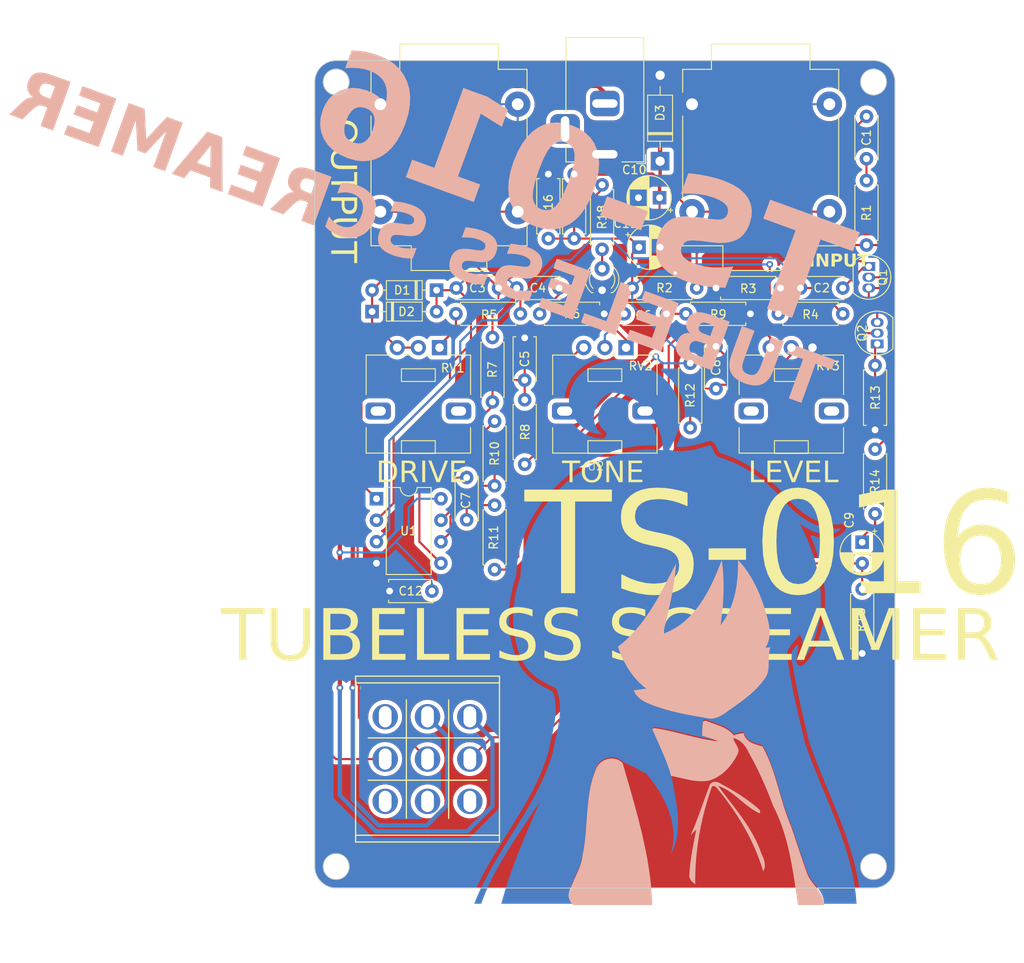
<source format=kicad_pcb>
(kicad_pcb (version 20221018) (generator pcbnew)
  (layers (0 "F.Cu" signal) (31 "B.Cu" signal) (34 "B.Paste" user) (35 "F.Paste" user) (36 "B.SilkS" user "B.Silkscreen") (37 "F.SilkS" user "F.Silkscreen") (38 "B.Mask" user) (39 "F.Mask" user) (44 "Edge.Cuts" user))
  (net 0 "")
  (net 1 "Net-(C1-Pad2)")
  (net 2 "Net-(Q1-E)")
  (net 3 "Net-(U1A-+)")
  (net 4 "Net-(D1-K)")
  (net 5 "Net-(D1-A)")
  (net 6 "Net-(C4-Pad1)")
  (net 7 "GND")
  (net 8 "Net-(U1B-+)")
  (net 9 "Net-(C6-Pad1)")
  (net 10 "Net-(C6-Pad2)")
  (net 11 "Net-(C7-Pad1)")
  (net 12 "Net-(C7-Pad2)")
  (net 13 "Net-(C8-Pad1)")
  (net 14 "Net-(Q2-B)")
  (net 15 "Net-(C9-Pad1)")
  (net 16 "9V")
  (net 17 "4.5V")
  (net 18 "Net-(Q1-B)")
  (net 19 "Net-(Q2-E)")
  (net 20 "Net-(R5-Pad1)")
  (net 21 "Net-(U1B--)")
  (net 22 "Net-(R11-Pad2)")
  (net 23 "DRY")
  (net 24 "WET")
  (net 25 "Net-(D4-A)")
  (net 26 "OUTPUT")
  (net 27 "Net-(U2A-9V)")
  (footprint "Capacitor_THT:C_Disc_D5.0mm_W2.5mm_P5.00mm" (layer "F.Cu") (at 165.822 82.804 180)
    (fp_text reference "C12")
    (fp_text value "100nF")
  )
  (footprint "Package_TO_SOT_THT:TO-92_Inline" (layer "F.Cu") (at 217.445 44.45 -90)
    (fp_text reference "Q1")
    (fp_text value "PN2222A")
  )
  (footprint "Resistor_THT:R_Axial_DIN0207_L6.3mm_D2.5mm_P7.62mm_Horizontal" (layer "F.Cu") (at 218.186 66.04 -90)
    (fp_text reference "R14")
    (fp_text value "100")
  )
  (footprint "Capacitor_THT:C_Disc_D5.0mm_W2.5mm_P5.00mm" (layer "F.Cu") (at 193.548 50.038 180)
    (fp_text reference "C6")
    (fp_text value "220nF")
  )
  (footprint "Capacitor_THT:C_Disc_D5.0mm_W2.5mm_P5.00mm" (layer "F.Cu") (at 217.17 26.71 -90)
    (fp_text reference "C1")
    (fp_text value "22nF")
  )
  (footprint "Resistor_THT:R_Axial_DIN0207_L6.3mm_D2.5mm_P7.62mm_Horizontal" (layer "F.Cu") (at 218.186 63.754 90)
    (fp_text reference "R13")
    (fp_text value "10K")
  )
  (footprint "Resistor_THT:R_Axial_DIN0207_L6.3mm_D2.5mm_P7.62mm_Horizontal" (layer "F.Cu") (at 172.974 52.832 -90)
    (fp_text reference "R7")
    (fp_text value "1K")
  )
  (footprint "Resistor_THT:R_Axial_DIN0207_L6.3mm_D2.5mm_P7.62mm_Horizontal" (layer "F.Cu") (at 195.834 50.038)
    (fp_text reference "R9")
    (fp_text value "220")
  )
  (footprint "Resistor_THT:R_Axial_DIN0207_L6.3mm_D2.5mm_P7.62mm_Horizontal" (layer "F.Cu") (at 168.656 50.038)
    (fp_text reference "R5")
    (fp_text value "51K")
  )
  (footprint "Capacitor_THT:C_Disc_D5.0mm_W2.5mm_P5.00mm" (layer "F.Cu") (at 169.926 69.382 -90)
    (fp_text reference "C7")
    (fp_text value "1uF")
  )
  (footprint "Diode_THT:D_DO-35_SOD27_P7.62mm_Horizontal" (layer "F.Cu") (at 166.37 47.244 180)
    (fp_text reference "D1")
    (fp_text value "1N4148")
  )
  (footprint "LED_THT:LED_D3.0mm" (layer "F.Cu") (at 185.928 47.249 90)
    (fp_text reference "D4")
    (fp_text value "LED")
  )
  (footprint "Resistor_THT:R_Axial_DIN0207_L6.3mm_D2.5mm_P7.62mm_Horizontal" (layer "F.Cu") (at 173.228 70.358 90)
    (fp_text reference "R10")
    (fp_text value "1K")
  )
  (footprint "Diode_THT:D_DO-35_SOD27_P7.62mm_Horizontal" (layer "F.Cu") (at 158.75 49.778)
    (fp_text reference "D2")
    (fp_text value "1N4148")
  )
  (footprint "Resistor_THT:R_Axial_DIN0207_L6.3mm_D2.5mm_P7.62mm_Horizontal" (layer "F.Cu") (at 216.662 90.17 90)
    (fp_text reference "R15")
    (fp_text value "10K")
  )
  (footprint "Resistor_THT:R_Axial_DIN0207_L6.3mm_D2.5mm_P7.62mm_Horizontal" (layer "F.Cu") (at 196.342 55.88 -90)
    (fp_text reference "R12")
    (fp_text value "470K")
  )
  (footprint "Resistor_THT:R_Axial_DIN0207_L6.3mm_D2.5mm_P7.62mm_Horizontal" (layer "F.Cu") (at 185.928 34.798 -90)
    (fp_text reference "R18")
    (fp_text value "1K")
  )
  (footprint "Resistor_THT:R_Axial_DIN0207_L6.3mm_D2.5mm_P7.62mm_Horizontal" (layer "F.Cu") (at 173.228 72.644 -90)
    (fp_text reference "R11")
    (fp_text value "1K")
  )
  (footprint "Package_TO_SOT_THT:TO-92_Inline" (layer "F.Cu") (at 218.44 53.594 90)
    (fp_text reference "Q2")
    (fp_text value "PN2222A")
  )
  (footprint "Capacitor_THT:CP_Radial_D5.0mm_P2.50mm" (layer "F.Cu") (at 192.721113 36.322 180)
    (fp_text reference "C10")
    (fp_text value "100uF")
  )
  (footprint "Potentiometer_THT:Potentiometer_Alps_RK09L_Single_Vertical" (layer "F.Cu") (at 166.718 54.03 -90)
    (fp_text reference "RV1")
    (fp_text value "500K")
  )
  (footprint "Resistor_THT:R_Axial_DIN0207_L6.3mm_D2.5mm_P7.62mm_Horizontal" (layer "F.Cu") (at 186.182 50.038 180)
    (fp_text reference "R6")
    (fp_text value "4.7K")
  )
  (footprint "Capacitor_THT:CP_Radial_D5.0mm_P2.50mm" (layer "F.Cu") (at 190.286 42.164)
    (fp_text reference "C11")
    (fp_text value "47uF")
  )
  (footprint "Resistor_THT:R_Axial_DIN0207_L6.3mm_D2.5mm_P7.62mm_Horizontal" (layer "F.Cu") (at 182.626 33.528 -90)
    (fp_text reference "R17")
    (fp_text value "10K")
  )
  (footprint "CustomPedalParts:EmptyPedal" (layer "F.Cu") (at 185.1892 68.5418)
    (fp_text reference "U2")
    (fp_text value "~")
    (fp_line (start -33.2232 -45.8978) (end -33.2232 46.8122) (stroke (width 0.1)) (layer "Edge.Cuts"))
    (fp_line (start -30.6832 49.3522) (end 32.8168 49.3522) (stroke (width 0.1)) (layer "Edge.Cuts"))
    (fp_line (start 32.8168 -48.4378) (end -30.6832 -48.4378) (stroke (width 0.1)) (layer "Edge.Cuts"))
    (fp_line (start 35.3568 46.8122) (end 35.3568 -45.8978) (stroke (width 0.1)) (layer "Edge.Cuts"))
    (fp_arc (start -33.2232 -45.8978) (mid -32.479251 -47.693851) (end -30.6832 -48.4378) (stroke (width 0.1)) (layer "Edge.Cuts"))
    (fp_arc (start -30.6832 49.3522) (mid -32.479251 48.608251) (end -33.2232 46.8122) (stroke (width 0.1)) (layer "Edge.Cuts"))
    (fp_arc (start 32.8168 -48.4378) (mid 34.612851 -47.693851) (end 35.3568 -45.8978) (stroke (width 0.1)) (layer "Edge.Cuts"))
    (fp_arc (start 35.3568 46.8122) (mid 34.612851 48.608251) (end 32.8168 49.3522) (stroke (width 0.1)) (layer "Edge.Cuts"))
    (fp_circle (center -30.6832 -45.8978) (end -29.1592 -45.8978) (stroke (width 0.1)) (fill none) (layer "Edge.Cuts"))
    (fp_circle (center -30.6832 46.8122) (end -29.1592 46.8122) (stroke (width 0.1)) (fill none) (layer "Edge.Cuts"))
    (fp_circle (center 32.8168 -45.8978) (end 34.3408 -45.8978) (stroke (width 0.1)) (fill none) (layer "Edge.Cuts"))
    (fp_circle (center 32.8168 46.8122) (end 34.3408 46.8122) (stroke (width 0.1)) (fill none) (layer "Edge.Cuts"))
  )
  (footprint "Potentiometer_THT:Potentiometer_Alps_RK09L_Single_Vertical" (layer "F.Cu") (at 188.756 54.03 -90)
    (fp_text reference "RV2")
    (fp_text value "20K")
  )
  (footprint "Capacitor_THT:C_Disc_D5.0mm_W2.5mm_P5.00mm" (layer "F.Cu") (at 214.376 46.99 180)
    (fp_text reference "C2")
    (fp_text value "1uF")
  )
  (footprint "Resistor_THT:R_Axial_DIN0207_L6.3mm_D2.5mm_P7.62mm_Horizontal" (layer "F.Cu") (at 199.39 46.99)
    (fp_text reference "R3")
    (fp_text value "10K")
  )
  (footprint "Package_DIP:DIP-8_W7.62mm" (layer "F.Cu") (at 159.268 71.892)
    (fp_text reference "U1")
    (fp_text value "TL072")
  )
  (footprint "Capacitor_THT:C_Disc_D5.0mm_W2.5mm_P5.00mm" (layer "F.Cu") (at 180.848 46.99 180)
    (fp_text reference "C4")
    (fp_text value "47nF")
  )
  (footprint "Potentiometer_THT:Potentiometer_Alps_RK09L_Single_Vertical" (layer "F.Cu") (at 210.794 54.03 -90)
    (fp_text reference "RV3")
    (fp_text value "100K")
  )
  (footprint "Resistor_THT:R_Axial_DIN0207_L6.3mm_D2.5mm_P7.62mm_Horizontal" (layer "F.Cu") (at 179.578 41.148 90)
    (fp_text reference "R16")
    (fp_text value "10K")
  )
  (footprint "Capacitor_THT:C_Disc_D5.0mm_W2.5mm_P5.00mm" (layer "F.Cu") (at 176.784 52.872 -90)
    (fp_text reference "C5")
    (fp_text value "220nF")
  )
  (footprint "Diode_THT:D_DO-41_SOD81_P10.16mm_Horizontal" (layer "F.Cu") (at 192.786 32.004 90)
    (fp_text reference "D3")
    (fp_text value "1N4001")
  )
  (footprint "Resistor_THT:R_Axial_DIN0207_L6.3mm_D2.5mm_P7.62mm_Horizontal" (layer "F.Cu") (at 217.17 34.29 -90)
    (fp_text reference "R1")
    (fp_text value "1K")
  )
  (footprint "Capacitor_THT:C_Disc_D5.0mm_W2.5mm_P5.00mm" (layer "F.Cu") (at 168.696 46.99)
    (fp_text reference "C3")
    (fp_text value "47pF")
  )
  (footprint "Capacitor_THT:CP_Radial_D5.0mm_P2.50mm" (layer "F.Cu") (at 216.662 77.026888 -90)
    (fp_text reference "C9")
    (fp_text value "10uF")
  )
  (footprint "Resistor_THT:R_Axial_DIN0207_L6.3mm_D2.5mm_P7.62mm_Horizontal" (layer "F.Cu") (at 189.484 46.99)
    (fp_text reference "R2")
    (fp_text value "470K")
  )
  (footprint "Resistor_THT:R_Axial_DIN0207_L6.3mm_D2.5mm_P7.62mm_Horizontal" (layer "F.Cu") (at 206.756 50.038)
    (fp_text reference "R4")
    (fp_text value "10K")
  )
  (footprint "Capacitor_THT:C_Disc_D5.0mm_W2.5mm_P5.00mm" (layer "F.Cu") (at 199.39 53.888 -90)
    (fp_text reference "C8")
    (fp_text value "100nF")
  )
  (footprint "Resistor_THT:R_Axial_DIN0207_L6.3mm_D2.5mm_P7.62mm_Horizontal" (layer "F.Cu") (at 176.784 67.818 90)
    (fp_text reference "R8")
    (fp_text value "10K")
  )
  (gr_poly (pts (xy 187.486901 55.493155) (xy 187.243439 55.51007) (xy 186.999896 55.535456) (xy 186.756748 55.56928) (xy 186.51447 55.611509) (xy 186.273535 55.662107) (xy 186.03442 55.721041) (xy 185.797599 55.788276) (xy 185.563546 55.86378) (xy 185.332737 55.947517) (xy 185.105647 56.039453) (xy 184.882749 56.139556) (xy 184.66452 56.247789) (xy 184.451433 56.364121) (xy 184.243964 56.488516) (xy 184.042588 56.62094) (xy 183.847779 56.761359) (xy 183.660012 56.90974) (xy 183.479762 57.066048) (xy 183.307504 57.23025) (xy 183.143712 57.40231) (xy 182.988862 57.582196) (xy 182.843428 57.769872) (xy 182.707885 57.965306) (xy 182.582707 58.168463) (xy 182.468371 58.379309) (xy 182.36535 58.597809) (xy 182.27412 58.823931) (xy 182.195154 59.057639) (xy 182.128929 59.2989) (xy 182.075919 59.54768) (xy 182.0401 59.765951) (xy 182.018006 59.98413) (xy 182.009274 60.20177) (xy 182.01354 60.418423) (xy 182.03044 60.633641) (xy 182.05961 60.846977) (xy 182.100687 61.057984) (xy 182.153307 61.266213) (xy 182.217106 61.471217) (xy 182.291721 61.672549) (xy 182.376788 61.86976) (xy 182.471944 62.062404) (xy 182.576824 62.250033) (xy 182.691066 62.432199) (xy 182.814304 62.608454) (xy 182.946177 62.778351) (xy 183.086319 62.941443) (xy 183.234368 63.097281) (xy 183.38996 63.245418) (xy 183.552731 63.385407) (xy 183.722317 63.5168) (xy 183.898354 63.639149) (xy 184.08048 63.752008) (xy 184.26833 63.854927) (xy 184.461541 63.94746) (xy 184.659749 64.029159) (xy 184.862591 64.099576) (xy 185.069702 64.158264) (xy 185.280719 64.204776) (xy 185.495278 64.238663) (xy 185.713016 64.259478) (xy 185.933569 64.266773) (xy 185.769317 64.131262) (xy 185.62127 63.987793) (xy 185.489094 63.837044) (xy 185.372453 63.679692) (xy 185.271013 63.516414) (xy 185.184439 63.347889) (xy 185.112395 63.174793) (xy 185.054547 62.997804) (xy 185.01056 62.817599) (xy 184.980098 62.634856) (xy 184.962827 62.450253) (xy 184.958412 62.264466) (xy 184.966517 62.078174) (xy 184.986808 61.892053) (xy 185.01895 61.706781) (xy 185.062607 61.523037) (xy 185.117445 61.341496) (xy 185.183129 61.162837) (xy 185.259324 60.987737) (xy 185.345694 60.816874) (xy 185.441906 60.650924) (xy 185.547623 60.490566) (xy 185.662511 60.336477) (xy 185.786234 60.189335) (xy 185.918459 60.049816) (xy 186.058849 59.918598) (xy 186.207071 59.79636) (xy 186.362788 59.683777) (xy 186.525666 59.581528) (xy 186.69537 59.490291) (xy 186.871565 59.410742) (xy 187.053915 59.343559) (xy 187.377874 59.361305) (xy 187.695665 59.398072) (xy 188.007043 59.453219) (xy 188.311762 59.526101) (xy 188.609577 59.616075) (xy 188.900243 59.722498) (xy 189.183515 59.844725) (xy 189.459148 59.982113) (xy 189.726896 60.134018) (xy 189.986515 60.299798) (xy 190.237759 60.478808) (xy 190.480382 60.670405) (xy 190.71414 60.873946) (xy 190.938788 61.088786) (xy 191.15408 61.314282) (xy 191.359771 61.549792) (xy 191.741369 62.048273) (xy 192.081621 62.579083) (xy 192.378565 63.137072) (xy 192.630239 63.717092) (xy 192.834683 64.313995) (xy 192.989933 64.922631) (xy 193.09403 65.537852) (xy 193.126282 65.846324) (xy 193.14501 66.154511) (xy 192.350507 66.089745) (xy 191.558894 66.072355) (xy 190.77161 66.101028) (xy 189.990092 66.174453) (xy 189.215776 66.291319) (xy 188.4501 66.450313) (xy 187.6945 66.650126) (xy 186.950415 66.889444) (xy 186.21928 67.166957) (xy 185.502534 67.481353) (xy 184.801613 67.831321) (xy 184.117954 68.215549) (xy 183.452995 68.632726) (xy 182.808172 69.081539) (xy 182.184922 69.560679) (xy 181.584684 70.068833) (xy 181.008893 70.604689) (xy 180.458987 71.166937) (xy 179.936403 71.754264) (xy 179.442579 72.365359) (xy 178.97895 72.998912) (xy 178.546955 73.653609) (xy 178.14803 74.328141) (xy 177.783613 75.021194) (xy 177.45514 75.731459) (xy 177.16405 76.457622) (xy 176.911778 77.198374) (xy 176.699762 77.952402) (xy 176.529439 78.718394) (xy 176.402246 79.495041) (xy 176.319621 80.281028) (xy 176.282999 81.075047) (xy 176.082702 81.684875) (xy 175.906793 82.303713) (xy 175.756214 82.93011) (xy 175.631906 83.562617) (xy 175.534812 84.199786) (xy 175.465871 84.840167) (xy 175.426027 85.482311) (xy 175.416219 86.124769) (xy 175.43739 86.766091) (xy 175.490482 87.40483) (xy 175.576435 88.039534) (xy 175.696191 88.668755) (xy 175.850692 89.291045) (xy 176.040879 89.904953) (xy 176.267693 90.509031) (xy 176.532076 91.10183) (xy 176.688886 91.393961) (xy 176.863924 91.66991) (xy 177.055841 91.93047) (xy 177.263294 92.176434) (xy 177.484935 92.408596) (xy 177.719419 92.627749) (xy 177.965399 92.834687) (xy 178.22153 93.030203) (xy 178.486466 93.215091) (xy 178.75886 93.390145) (xy 179.037366 93.556157) (xy 179.320639 93.713921) (xy 179.607332 93.864232) (xy 179.8961 94.007882) (xy 180.474474 94.278374) (xy 180.56949 94.503206) (xy 180.652735 94.730076) (xy 180.724696 94.958861) (xy 180.785863 95.18944) (xy 180.87776 95.655485) (xy 180.932331 96.12723) (xy 180.953477 96.603696) (xy 180.945101 97.083901) (xy 180.911105 97.566864) (xy 180.855392 98.051604) (xy 180.781865 98.537142) (xy 180.694427 99.022497) (xy 180.493426 99.988731) (xy 180.283611 100.942463) (xy 180.096201 101.875847) (xy 179.711052 103.08615) (xy 179.260733 104.26488) (xy 178.753649 105.416142) (xy 178.198203 106.544042) (xy 177.602799 107.652683) (xy 176.975843 108.746172) (xy 175.660887 110.904109) (xy 174.320568 113.050694) (xy 173.02212 115.218765) (xy 172.409607 116.32112) (xy 171.832774 117.441162) (xy 171.300026 118.582996) (xy 170.819765 119.750725) (xy 171.645037 119.750725) (xy 171.950145 118.930551) (xy 172.284427 118.124205) (xy 172.645316 117.330588) (xy 173.030245 116.5486) (xy 173.436649 115.777143) (xy 173.86196 115.015118) (xy 174.303612 114.261426) (xy 174.759038 113.514969) (xy 175.700949 112.039362) (xy 176.667159 110.579506) (xy 178.590349 107.671883) (xy 177.309617 110.635158) (xy 176.682197 112.124871) (xy 176.074873 113.623184) (xy 175.496246 115.132513) (xy 174.954913 116.65527) (xy 174.459476 118.19387) (xy 174.018534 119.750725) (xy 182.530676 119.750725) (xy 182.421519 119.624074) (xy 182.367238 119.558234) (xy 182.314046 119.490724) (xy 182.262612 119.42155) (xy 182.213605 119.350717) (xy 182.167693 119.278232) (xy 182.125545 119.204098) (xy 182.087829 119.128322) (xy 182.055215 119.050908) (xy 182.02837 118.971863) (xy 182.017321 118.93173) (xy 182.007964 118.891191) (xy 182.000384 118.850246) (xy 181.994665 118.808898) (xy 181.990889 118.767145) (xy 181.989141 118.724989) (xy 181.989504 118.68243) (xy 181.992062 118.63947) (xy 181.996898 118.596108) (xy 182.004095 118.552345) (xy 182.075434 118.244249) (xy 182.163587 117.941618) (xy 182.265852 117.643587) (xy 182.379528 117.349294) (xy 182.501912 117.057874) (xy 182.630302 116.768466) (xy 182.894288 116.192228) (xy 183.149869 115.613671) (xy 183.267751 115.321364) (xy 183.375424 115.025888) (xy 183.470187 114.726378) (xy 183.549336 114.421971) (xy 183.610169 114.111804) (xy 183.649985 113.795014) (xy 183.770954 113.15796) (xy 183.867584 112.51622) (xy 183.944524 111.870714) (xy 184.006421 111.222361) (xy 184.19656 108.618877) (xy 184.322239 107.323963) (xy 184.409001 106.681432) (xy 184.517909 106.043411) (xy 184.653612 105.41082) (xy 184.820757 104.784577) (xy 185.023995 104.165603) (xy 185.267973 103.554817) (xy 185.32446 103.448697) (xy 185.386657 103.347222) (xy 185.454256 103.250494) (xy 185.526947 103.158619) (xy 185.604421 103.0717) (xy 185.686369 102.989841) (xy 185.772479 102.913145) (xy 185.862444 102.841716) (xy 185.955954 102.775659) (xy 186.052699 102.715077) (xy 186.15237 102.660074) (xy 186.254657 102.610753) (xy 186.359251 102.567219) (xy 186.465843 102.529575) (xy 186.574122 102.497926) (xy 186.683779 102.472374) (xy 186.794505 102.453024) (xy 186.905991 102.43998) (xy 187.017927 102.433346) (xy 187.130003 102.433224) (xy 187.241909 102.43972) (xy 187.353338 102.452936) (xy 187.463978 102.472978) (xy 187.573521 102.499948) (xy 187.681656 102.53395) (xy 187.788076 102.575088) (xy 187.892469 102.623467) (xy 187.994527 102.679189) (xy 188.093939 102.742359) (xy 188.190398 102.81308) (xy 188.283592 102.891457) (xy 188.373213 102.977593) (xy 188.731548 103.137308) (xy 189.086502 103.305386) (xy 189.43859 103.480149) (xy 189.788328 103.659922) (xy 191.174071 104.395592) (xy 191.575586 104.888139) (xy 191.965516 105.403018) (xy 192.339924 105.938425) (xy 192.694876 106.492558) (xy 193.026437 107.063613) (xy 193.330672 107.649788) (xy 193.603646 108.249279) (xy 193.841424 108.860283) (xy 194.04007 109.480998) (xy 194.195651 110.10962) (xy 194.304231 110.744346) (xy 194.361874 111.383373) (xy 194.370366 111.703936) (xy 194.364647 112.024899) (xy 194.344227 112.346035) (xy 194.308614 112.667119) (xy 194.257315 112.987927) (xy 194.189839 113.308232) (xy 194.105695 113.62781) (xy 194.004389 113.946434) (xy 194.151361 113.676786) (xy 194.283284 113.403263) (xy 194.400732 113.126083) (xy 194.504279 112.845465) (xy 194.671968 112.274787) (xy 194.790946 111.692978) (xy 194.865808 111.101786) (xy 194.901148 110.502958) (xy 194.901562 109.898243) (xy 194.871644 109.289389) (xy 194.815989 108.678143) (xy 194.739192 108.066254) (xy 194.540549 106.847539) (xy 194.091723 104.479302) (xy 193.989871 104.121349) (xy 193.879264 103.766539) (xy 193.760727 103.414587) (xy 193.635085 103.065207) (xy 193.365781 102.373026) (xy 193.077948 101.687716) (xy 191.873255 98.969567) (xy 191.97609 98.902774) (xy 192.078928 98.836754) (xy 192.559271 98.908853) (xy 193.037752 98.993258) (xy 193.990151 99.191415) (xy 194.93817 99.416084) (xy 195.883854 99.652126) (xy 196.829248 99.884398) (xy 197.776398 100.097762) (xy 198.251271 100.192622) (xy 198.727349 100.277078) (xy 199.204889 100.349236) (xy 199.684145 100.407204) (xy 199.451962 100.304719) (xy 199.216499 100.211077) (xy 198.978367 100.124667) (xy 198.738176 100.043878) (xy 198.254055 99.892719) (xy 197.769015 99.744713) (xy 197.76651 99.533267) (xy 197.767672 99.321801) (xy 197.772761 99.110403) (xy 197.782034 98.899159) (xy 197.795752 98.688156) (xy 197.814174 98.477483) (xy 197.83756 98.267226) (xy 197.866167 98.057472) (xy 198.144186 97.955162) (xy 199.93171 98.608024) (xy 200.14955 98.702091) (xy 200.362384 98.804134) (xy 200.569086 98.915713) (xy 200.768527 99.038392) (xy 200.959578 99.173731) (xy 201.051606 99.246637) (xy 201.141113 99.323293) (xy 201.227958 99.403896) (xy 201.312002 99.48864) (xy 201.393102 99.577721) (xy 201.471117 99.671333) (xy 201.618208 99.632677) (xy 201.765752 99.596328) (xy 201.913743 99.56229) (xy 202.062176 99.530567) (xy 202.211042 99.501163) (xy 202.360338 99.474082) (xy 202.510055 99.449327) (xy 202.660189 99.426903) (xy 202.68717 99.526975) (xy 202.718534 99.622081) (xy 202.754116 99.712388) (xy 202.79375 99.798061) (xy 202.837272 99.879265) (xy 202.884517 99.956168) (xy 202.93532 100.028933) (xy 202.989516 100.097728) (xy 203.046939 100.162718) (xy 203.107426 100.224068) (xy 203.17081 100.281945) (xy 203.236928 100.336514) (xy 203.376702 100.436393) (xy 203.52543 100.525029) (xy 203.681789 100.60375) (xy 203.844463 100.673882) (xy 204.012129 100.736751) (xy 204.18347 100.793683) (xy 204.531893 100.89504) (xy 204.879175 100.988564) (xy 205.179937 101.544043) (xy 205.452998 102.110807) (xy 205.701786 102.687486) (xy 205.929729 103.27271) (xy 206.140254 103.865106) (xy 206.336789 104.463306) (xy 206.701598 105.671631) (xy 207.051576 106.88672) (xy 207.414143 108.097606) (xy 207.608716 108.698047) (xy 207.816718 109.293326) (xy 208.041578 109.882072) (xy 208.286722 110.462914) (xy 209.228689 113.280565) (xy 209.704044 114.687833) (xy 210.196165 116.088936) (xy 210.248139 116.208116) (xy 210.305209 116.325194) (xy 210.432836 116.553759) (xy 210.575445 116.776069) (xy 210.729437 116.99356) (xy 211.387225 117.844082) (xy 211.544126 118.059038) (xy 211.690809 118.277797) (xy 211.823672 118.501799) (xy 211.883797 118.616214) (xy 211.939117 118.732478) (xy 211.989183 118.850772) (xy 212.033543 118.971274) (xy 212.071749 119.094164) (xy 212.10335 119.219622) (xy 212.127895 119.347827) (xy 212.144936 119.47896) (xy 212.154022 119.613199) (xy 212.154703 119.750725) (xy 216.005629 119.750725) (xy 215.89442 118.497585) (xy 215.716334 117.260831) (xy 215.478015 116.0389) (xy 215.186105 114.83023) (xy 214.847249 113.633257) (xy 214.468089 112.44642) (xy 214.055267 111.268155) (xy 213.615428 110.0969) (xy 212.681269 107.769168) (xy 211.718756 105.450722) (xy 210.781034 103.12906) (xy 210.338077 101.963116) (xy 209.921248 100.79168) (xy 209.320793 98.291757) (xy 209.035105 97.033249) (xy 194.989859 97.033249) (xy 194.520848 96.923809) (xy 194.053915 96.806696) (xy 193.589349 96.681032) (xy 193.358043 96.614718) (xy 193.127436 96.545937) (xy 193.358044 96.614716) (xy 193.589349 96.681029) (xy 194.053914 96.806693) (xy 194.520845 96.923807) (xy 194.989859 97.033249) (xy 209.035105 97.033249) (xy 208.751497 95.783901) (xy 208.487214 94.525613) (xy 208.241139 93.26368) (xy 208.016743 91.997548) (xy 207.817499 90.726662) (xy 207.793873 90.618314) (xy 207.778759 90.512521) (xy 207.771744 90.40916) (xy 207.772414 90.308113) (xy 207.780358 90.209257) (xy 207.795161 90.112473) (xy 207.816413 90.01764) (xy 207.843698 89.924638) (xy 207.876606 89.833345) (xy 207.914722 89.743642) (xy 207.957634 89.655409) (xy 208.00493 89.568523) (xy 208.056195 89.482866) (xy 208.111018 89.398316) (xy 208.187554 89.291085) (xy 205.836741 89.291085) (xy 205.816647 89.346021) (xy 205.797952 89.40122) (xy 205.780603 89.456671) (xy 205.76455 89.512362) (xy 205.736126 89.624422) (xy 205.712269 89.737313) (xy 205.69257 89.850947) (xy 205.676619 89.965236) (xy 205.664007 90.080092) (xy 205.654322 90.195427) (xy 205.663995 90.080046) (xy 205.676598 89.965182) (xy 205.692541 89.850909) (xy 205.712235 89.737305) (xy 205.736091 89.624444) (xy 205.749708 89.568317) (xy 205.76452 89.512404) (xy 205.780578 89.456714) (xy 205.797933 89.401258) (xy 205.816637 89.346045) (xy 205.836741 89.291085) (xy 208.187554 89.291085) (xy 208.229685 89.232056) (xy 208.357627 89.068779) (xy 208.491542 88.907522) (xy 208.764079 88.587207) (xy 208.896095 88.426222) (xy 209.020872 88.263399) (xy 209.034528 88.243599) (xy 188.96749 88.243599) (xy 188.829955 88.373354) (xy 188.690505 88.501422) (xy 188.549101 88.627762) (xy 188.405707 88.752336) (xy 188.260285 88.875103) (xy 188.1128 88.996024) (xy 187.963215 89.11506) (xy 187.81164 89.232056) (xy 187.963215 89.11506) (xy 188.1128 88.996023) (xy 188.260285 88.875101) (xy 188.405707 88.752333) (xy 188.549101 88.627759) (xy 188.690505 88.501419) (xy 188.829955 88.373352) (xy 188.96749 88.243599) (xy 209.034528 88.243599) (xy 209.135107 88.097774) (xy 209.18724 88.01361) (xy 209.235499 87.928383) (xy 209.306761 88.016329) (xy 209.369525 88.105813) (xy 209.424214 88.196761) (xy 209.471251 88.289097) (xy 209.51106 88.382746) (xy 209.544066 88.477633) (xy 209.570691 88.573683) (xy 209.591359 88.670821) (xy 209.606493 88.768971) (xy 209.616519 88.868058) (xy 209.622936 89.068742) (xy 209.613999 89.272272) (xy 209.593098 89.478047) (xy 209.563623 89.685464) (xy 209.528961 89.893922) (xy 209.457639 90.311554) (xy 209.427757 90.519524) (xy 209.406247 90.726129) (xy 209.396498 90.930767) (xy 209.4019 91.132836) (xy 209.644231 90.884762) (xy 209.867603 90.62359) (xy 210.073118 90.350401) (xy 210.261875 90.066275) (xy 210.434974 89.772294) (xy 210.593516 89.469539) (xy 210.738602 89.159091) (xy 210.871331 88.84203) (xy 210.992803 88.519437) (xy 211.10412 88.192394) (xy 211.206382 87.861982) (xy 211.300688 87.529281) (xy 211.469836 86.861338) (xy 211.606077 86.260262) (xy 195.635813 86.260262) (xy 195.499208 86.372021) (xy 195.360237 86.481161) (xy 195.218854 86.587605) (xy 195.075013 86.691278) (xy 194.928666 86.792104) (xy 194.779767 86.890009) (xy 194.62827 86.984917) (xy 194.474127 87.076752) (xy 194.62824 86.984929) (xy 194.779731 86.890021) (xy 194.928638 86.792108) (xy 195.075002 86.691269) (xy 195.218861 86.587585) (xy 195.360257 86.481136) (xy 195.499227 86.372002) (xy 195.635813 86.260262) (xy 211.606077 86.260262) (xy 211.620367 86.197212) (xy 211.714729 85.461229) (xy 211.728813 85.275826) (xy 196.649706 85.275826) (xy 196.532111 85.405351) (xy 196.412423 85.532744) (xy 196.290613 85.657952) (xy 196.166652 85.780924) (xy 196.290611 85.657953) (xy 196.412419 85.532746) (xy 196.532108 85.405353) (xy 196.649706 85.275826) (xy 211.728813 85.275826) (xy 211.770699 84.724433) (xy 211.789571 83.990635) (xy 201.357428 83.990635) (xy 201.275048 84.229525) (xy 201.186752 84.466155) (xy 201.092383 84.70037) (xy 200.991781 84.932015) (xy 200.884789 85.160935) (xy 200.884789 85.160936) (xy 200.991778 84.932018) (xy 201.092378 84.700374) (xy 201.186747 84.466159) (xy 201.275044 84.229528) (xy 201.357428 83.990635) (xy 211.789571 83.990635) (xy 211.789645 83.987731) (xy 211.772933 83.25203) (xy 211.75017 82.924549) (xy 198.302317 82.924549) (xy 198.212406 83.081705) (xy 198.120947 83.237726) (xy 198.0279 83.392552) (xy 197.933228 83.546125) (xy 197.836891 83.698385) (xy 197.738851 83.849274) (xy 197.63907 83.998731) (xy 197.537508 84.146698) (xy 197.639049 83.998755) (xy 197.738826 83.8493) (xy 197.836872 83.6984) (xy 197.933221 83.546121) (xy 198.027906 83.39253) (xy 198.090291 83.288726) (xy 192.630175 83.288726) (xy 192.559815 83.415118) (xy 192.370579 83.74406) (xy 192.177928 84.070747) (xy 191.981584 84.394882) (xy 191.781267 84.716168) (xy 191.981576 84.394885) (xy 192.177919 84.070751) (xy 192.370572 83.744064) (xy 192.559812 83.415121) (xy 192.630175 83.288726) (xy 198.090291 83.288726) (xy 198.120961 83.237693) (xy 198.21242 83.081678) (xy 198.302317 82.924549) (xy 211.75017 82.924549) (xy 211.721928 82.518235) (xy 211.637996 81.787253) (xy 211.522503 81.05999) (xy 211.511163 81.003739) (xy 201.940855 81.003739) (xy 201.917365 81.257777) (xy 201.889825 81.511373) (xy 201.858077 81.76438) (xy 201.821968 82.016653) (xy 201.781341 82.268047) (xy 201.73604 82.518416) (xy 201.689596 82.749296) (xy 201.736028 82.518459) (xy 201.781326 82.268072) (xy 201.821952 82.01665) (xy 201.858063 81.764349) (xy 201.889813 81.511326) (xy 201.917359 81.257737) (xy 201.940855 81.003739) (xy 211.511163 81.003739) (xy 211.376816 80.337352) (xy 211.202299 79.620246) (xy 211.000319 78.909577) (xy 210.772243 78.206252) (xy 210.519435 77.511177) (xy 210.243262 76.825258) (xy 209.945089 76.149402) (xy 209.626283 75.484514) (xy 209.28821 74.831501) (xy 209.547521 75.013127) (xy 209.826538 75.19193) (xy 210.122409 75.364315) (xy 210.432279 75.526684) (xy 210.753297 75.675442) (xy 211.082609 75.806993) (xy 211.417361 75.91774) (xy 211.754701 76.004088) (xy 211.92345 76.036988) (xy 212.091775 76.06244) (xy 212.259321 76.079994) (xy 212.425731 76.089201) (xy 212.590647 76.089611) (xy 212.753714 76.080774) (xy 212.914574 76.062241) (xy 213.072872 76.033563) (xy 213.22825 75.994289) (xy 213.380351 75.943971) (xy 213.52882 75.88216) (xy 213.673299 75.808404) (xy 213.813432 75.722256) (xy 213.948862 75.623265) (xy 214.079233 75.510981) (xy 214.204188 75.384957) (xy 213.96528 75.413229) (xy 213.727478 75.430608) (xy 213.490889 75.437392) (xy 213.255622 75.433875) (xy 213.021786 75.420355) (xy 212.789489 75.397128) (xy 212.55884 75.364488) (xy 212.329946 75.322734) (xy 212.102918 75.272161) (xy 211.877862 75.213065) (xy 211.654888 75.145743) (xy 211.434104 75.07049) (xy 210.99954 74.897378) (xy 210.575039 74.696099) (xy 210.161467 74.469022) (xy 209.759694 74.218517) (xy 209.370587 73.946955) (xy 208.995013 73.656703) (xy 208.633842 73.350132) (xy 208.28794 73.029612) (xy 207.958176 72.697512) (xy 207.645418 72.356201) (xy 207.251209 71.902119) (xy 206.842555 71.460213) (xy 206.419816 71.031262) (xy 205.983352 70.616047) (xy 205.533526 70.215346) (xy 205.070697 69.829939) (xy 204.595226 69.460606) (xy 204.107474 69.108127) (xy 203.607801 68.773281) (xy 203.096569 68.456847) (xy 202.574137 68.159606) (xy 202.040868 67.882337) (xy 201.49712 67.625819) (xy 200.943256 67.390833) (xy 200.379636 67.178157) (xy 199.80662 66.988571) (xy 199.742718 66.972227) (xy 199.683031 66.951756) (xy 199.627325 66.92739) (xy 199.575365 66.899362) (xy 199.526916 66.867903) (xy 199.481744 66.833247) (xy 199.439613 66.795625) (xy 199.40029 66.755269) (xy 199.363539 66.712412) (xy 199.329125 66.667286) (xy 199.296815 66.620124) (xy 199.266372 66.571157) (xy 199.210153 66.468739) (xy 199.158589 66.36189) (xy 199.061917 66.142333) (xy 199.013053 66.033341) (xy 198.961334 65.927351) (xy 198.904881 65.826221) (xy 198.874292 65.778058) (xy 198.841816 65.731808) (xy 198.807218 65.687701) (xy 198.770262 65.645971) (xy 198.730715 65.606849) (xy 198.688341 65.570568) (xy 198.097948 65.740445) (xy 197.501435 65.905029) (xy 196.899618 66.052269) (xy 196.596976 66.115617) (xy 196.293314 66.17011) (xy 195.988734 66.214241) (xy 195.683338 66.246502) (xy 195.377228 66.265388) (xy 195.070507 66.269392) (xy 194.763275 66.257006) (xy 194.455635 66.226726) (xy 194.14769 66.177044) (xy 193.839541 66.106453) (xy 194.031807 65.783633) (xy 194.215239 65.451865) (xy 194.3882 65.111965) (xy 194.549054 64.764752) (xy 194.696163 64.411043) (xy 194.827893 64.051657) (xy 194.942604 63.68741) (xy 195.038663 63.319121) (xy 195.114431 62.947607) (xy 195.168272 62.573687) (xy 195.198551 62.198177) (xy 195.203629 61.821895) (xy 195.181871 61.44566) (xy 195.131641 61.070289) (xy 195.051301 60.696599) (xy 194.939215 60.325409) (xy 194.860592 60.085048) (xy 194.771809 59.85055) (xy 194.673202 59.621925) (xy 194.565108 59.399184) (xy 194.447862 59.182338) (xy 194.3218 58.971397) (xy 194.044576 58.567275) (xy 193.736124 58.186904) (xy 193.399133 57.830369) (xy 193.036293 57.497758) (xy 192.650292 57.189155) (xy 192.24382 56.904646) (xy 191.819566 56.644318) (xy 191.380219 56.408257) (xy 190.928468 56.196547) (xy 190.467002 56.009276) (xy 189.99851 55.846529) (xy 189.525682 55.708393) (xy 189.051207 55.594952) (xy 188.919549 55.571265) (xy 188.786768 55.550437) (xy 188.652958 55.532458) (xy 188.51821 55.517316) (xy 188.382616 55.504999) (xy 188.246269 55.495494) (xy 188.109262 55.488792) (xy 187.971686 55.484879) (xy 187.729808 55.484747)) (fill solid) (layer "B.Cu"))
  (gr_poly (pts (xy 222.369343 53.794508) (xy 222.373189 53.798172) (xy 222.37733 53.80225) (xy 222.381593 53.80656) (xy 222.385807 53.810918) (xy 222.389803 53.815141) (xy 222.393407 53.819046) (xy 222.39645 53.822449) (xy 222.39645 53.791443) (xy 222.365961 53.791443)) (fill solid) (layer "B.Cu"))
  (gr_poly (pts (xy 187.004931 102.587326) (xy 186.892995 102.593957) (xy 186.781509 102.606997) (xy 186.670783 102.626343) (xy 186.561126 102.651891) (xy 186.452847 102.683537) (xy 186.346255 102.721177) (xy 186.241661 102.764708) (xy 186.139374 102.814025) (xy 186.039704 102.869025) (xy 185.942958 102.929604) (xy 185.849449 102.995659) (xy 185.759484 103.067085) (xy 185.673373 103.143779) (xy 185.591426 103.225636) (xy 185.513952 103.312554) (xy 185.44126 103.404428) (xy 185.373661 103.501155) (xy 185.311464 103.602631) (xy 185.254977 103.708751) (xy 185.010998 104.319537) (xy 184.807758 104.93851) (xy 184.640609 105.56475) (xy 184.504901 106.19734) (xy 184.395987 106.835358) (xy 184.309219 107.477886) (xy 184.183526 108.772793) (xy 183.993361 111.37627) (xy 183.931458 112.024621) (xy 183.854515 112.670127) (xy 183.757883 113.311868) (xy 183.636912 113.948925) (xy 183.597097 114.265716) (xy 183.536264 114.575883) (xy 183.457114 114.880289) (xy 183.362352 115.179798) (xy 183.254679 115.475273) (xy 183.136797 115.767578) (xy 182.881216 116.34613) (xy 182.61723 116.922363) (xy 182.48884 117.211769) (xy 182.366456 117.503186) (xy 182.25278 117.797478) (xy 182.150514 118.095507) (xy 182.062361 118.398138) (xy 181.991023 118.706234) (xy 181.983826 118.749997) (xy 181.978992 118.79336) (xy 181.976436 118.836324) (xy 181.976074 118.878887) (xy 181.977824 118.921048) (xy 181.981602 118.962807) (xy 181.987324 119.004163) (xy 181.994906 119.045115) (xy 182.004265 119.085662) (xy 182.015317 119.125804) (xy 182.042167 119.204869) (xy 182.074788 119.282303) (xy 182.112509 119.358101) (xy 182.154663 119.432256) (xy 182.20058 119.504762) (xy 182.249592 119.575614) (xy 182.30103 119.644805) (xy 182.354225 119.712329) (xy 182.408508 119.778181) (xy 182.517665 119.904842) (xy 191.858115 119.904842) (xy 191.809422 118.829363) (xy 191.725778 117.75856) (xy 191.609819 116.692209) (xy 191.464177 115.630081) (xy 191.291488 114.571951) (xy 191.094386 113.517592) (xy 190.63748 111.419283) (xy 190.114535 109.33334) (xy 189.546626 107.257954) (xy 188.360217 103.131603) (xy 188.270596 103.045467) (xy 188.177402 102.967089) (xy 188.080944 102.896367) (xy 187.981531 102.833195) (xy 187.879473 102.777471) (xy 187.77508 102.729091) (xy 187.668661 102.68795) (xy 187.560525 102.653945) (xy 187.450982 102.626972) (xy 187.340342 102.606927) (xy 187.228914 102.593707) (xy 187.117007 102.587208)) (fill solid) (layer "B.SilkS"))
  (gr_poly (pts (xy 197.853194 98.211452) (xy 197.824599 98.4212) (xy 197.801244 98.631444) (xy 197.782866 98.842097) (xy 197.769199 99.053077) (xy 197.759975 99.264299) (xy 197.754931 99.475678) (xy 197.7538 99.68713) (xy 197.756316 99.898571) (xy 198.241317 100.04661) (xy 198.725351 100.197837) (xy 198.965496 100.27866) (xy 199.203588 100.3651) (xy 199.439022 100.458762) (xy 199.671195 100.561252) (xy 199.191942 100.503282) (xy 198.714412 100.431117) (xy 198.23835 100.346652) (xy 197.763498 100.251779) (xy 196.816401 100.038381) (xy 195.871068 99.806071) (xy 194.925444 99.569992) (xy 193.977478 99.34529) (xy 193.025115 99.14711) (xy 192.546643 99.062698) (xy 192.066302 98.990596) (xy 191.963241 99.056688) (xy 191.906879 99.093063) (xy 191.860179 99.123546) (xy 193.065095 101.841663) (xy 193.353008 102.526958) (xy 193.622383 103.219125) (xy 193.748054 103.568499) (xy 193.866612 103.920446) (xy 193.977233 104.275253) (xy 194.079089 104.633205) (xy 196.291044 105.126613) (xy 196.569758 105.175784) (xy 196.848984 105.216933) (xy 197.12873 105.248485) (xy 197.409001 105.268869) (xy 197.689804 105.276511) (xy 197.971144 105.269839) (xy 198.253028 105.247278) (xy 198.535461 105.207256) (xy 198.822521 105.113346) (xy 199.100413 105.000809) (xy 199.369002 104.870682) (xy 199.628154 104.723998) (xy 199.877735 104.561796) (xy 200.11761 104.385109) (xy 200.347644 104.194973) (xy 200.567704 103.992426) (xy 200.777656 103.778501) (xy 200.977364 103.554234) (xy 201.166694 103.320662) (xy 201.345512 103.07882) (xy 201.513684 102.829744) (xy 201.671076 102.574469) (xy 201.817552 102.31403) (xy 201.952979 102.049465) (xy 201.982312 101.987049) (xy 202.00559 101.925196) (xy 202.023122 101.863874) (xy 202.035218 101.803055) (xy 202.042187 101.742709) (xy 202.044338 101.682805) (xy 202.041981 101.623314) (xy 202.035426 101.564206) (xy 202.024982 101.505451) (xy 202.010959 101.44702) (xy 201.993665 101.388883) (xy 201.973411 101.331009) (xy 201.92526 101.215934) (xy 201.868981 101.101556) (xy 201.612099 100.646251) (xy 201.552318 100.531783) (xy 201.499263 100.416582) (xy 201.476033 100.358632) (xy 201.455412 100.300409) (xy 201.437711 100.241883) (xy 201.42324 100.183025) (xy 201.510928 100.200656) (xy 201.596428 100.221972) (xy 201.679772 100.246854) (xy 201.760994 100.275182) (xy 201.840127 100.306838) (xy 201.917205 100.341702) (xy 201.992262 100.379655) (xy 202.065329 100.420578) (xy 202.136442 100.464351) (xy 202.205633 100.510855) (xy 202.272936 100.55997) (xy 202.338384 100.611578) (xy 202.463849 100.721795) (xy 202.582295 100.840551) (xy 202.69399 100.966891) (xy 202.799201 101.099863) (xy 202.898195 101.23851) (xy 202.991239 101.38188) (xy 203.078601 101.529018) (xy 203.160548 101.678971) (xy 203.237347 101.830783) (xy 203.309264 101.983501) (xy 203.71816 102.72645) (xy 204.109085 103.479097) (xy 204.482908 104.240513) (xy 204.840498 105.009767) (xy 205.182726 105.78593) (xy 205.510461 106.568072) (xy 205.824572 107.355263) (xy 206.12593 108.146572) (xy 206.46512 108.833058) (xy 206.773082 109.530331) (xy 207.052091 110.237463) (xy 207.304422 110.953525) (xy 207.53235 111.677589) (xy 207.738151 112.408725) (xy 207.9241 113.146006) (xy 208.092471 113.888504) (xy 208.385582 115.385432) (xy 208.635684 116.892084) (xy 209.079669 119.904842) (xy 212.14162 119.904842) (xy 212.14094 119.767315) (xy 212.131857 119.633075) (xy 212.114821 119.501941) (xy 212.090282 119.373735) (xy 212.05869 119.248277) (xy 212.020494 119.125386) (xy 211.976145 119.004885) (xy 211.926092 118.886591) (xy 211.870786 118.770327) (xy 211.810676 118.655912) (xy 211.677843 118.431913) (xy 211.531194 118.213155) (xy 211.374328 117.998201) (xy 210.716668 117.147688) (xy 210.562701 116.930198) (xy 210.42011 116.70789) (xy 210.292495 116.479326) (xy 210.235429 116.362249) (xy 210.183456 116.243068) (xy 209.691288 114.841948) (xy 209.215837 113.434644) (xy 208.273727 110.616939) (xy 208.028586 110.036095) (xy 207.803737 109.447347) (xy 207.595751 108.852064) (xy 207.4012 108.251619) (xy 207.038688 107.040722) (xy 206.688772 105.825621) (xy 206.324026 104.617284) (xy 206.127519 104.019078) (xy 205.91702 103.426676) (xy 205.689098 102.841447) (xy 205.440327 102.264764) (xy 205.167277 101.697995) (xy 204.866519 101.142513) (xy 204.519238 101.049004) (xy 204.170821 100.94768) (xy 203.999486 100.890771) (xy 203.831826 100.827927) (xy 203.66916 100.757821) (xy 203.512807 100.679126) (xy 203.364087 100.590516) (xy 203.22432 100.490664) (xy 203.158206 100.436107) (xy 203.094825 100.378242) (xy 203.034342 100.316902) (xy 202.976921 100.251923) (xy 202.922728 100.183138) (xy 202.871928 100.110381) (xy 202.824686 100.033486) (xy 202.781165 99.952288) (xy 202.741533 99.86662) (xy 202.705953 99.776317) (xy 202.67459 99.681213) (xy 202.647609 99.581142) (xy 202.497463 99.603554) (xy 202.347716 99.628286) (xy 202.19838 99.655338) (xy 202.049466 99.684709) (xy 201.900988 99.7164) (xy 201.752956 99.750411) (xy 201.605383 99.786741) (xy 201.458282 99.825389) (xy 201.458282 99.825397) (xy 201.380266 99.731785) (xy 201.299167 99.642706) (xy 201.215125 99.557965) (xy 201.128282 99.477366) (xy 201.038777 99.400714) (xy 200.946753 99.327814) (xy 200.755709 99.192487) (xy 200.556277 99.069825) (xy 200.349585 98.958262) (xy 200.13676 98.856239) (xy 199.918931 98.76219) (xy 198.131461 98.109432)) (fill solid) (layer "B.SilkS"))
  (gr_poly (pts (xy 201.992825 79.633154) (xy 201.984774 80.140327) (xy 201.963646 80.648904) (xy 201.928192 81.157654) (xy 201.877165 81.665347) (xy 201.809315 82.170753) (xy 201.723395 82.672641) (xy 201.618155 83.169782) (xy 201.492347 83.660944) (xy 201.344722 84.144897) (xy 201.174032 84.620412) (xy 200.979029 85.086257) (xy 200.758464 85.541202) (xy 200.511088 85.984017) (xy 200.235654 86.413471) (xy 199.930911 86.828334) (xy 200.060117 85.87388) (xy 200.163587 84.914546) (xy 200.238288 83.951832) (xy 200.281189 82.987234) (xy 200.289258 82.022249) (xy 200.259465 81.058376) (xy 200.229423 80.577324) (xy 200.188778 80.097112) (xy 200.137151 79.617926) (xy 200.074165 79.139953) (xy 199.545767 80.46467) (xy 199.260076 81.128801) (xy 198.956981 81.788565) (xy 198.634176 82.439803) (xy 198.289354 83.078354) (xy 197.920207 83.700056) (xy 197.524429 84.30075) (xy 197.099714 84.876274) (xy 196.643754 85.422468) (xy 196.154243 85.935171) (xy 195.628874 86.410222) (xy 195.06534 86.843461) (xy 194.76854 87.0431) (xy 194.461334 87.230727) (xy 194.143433 87.405819) (xy 193.81455 87.567859) (xy 193.474395 87.716324) (xy 193.12268 87.850696) (xy 193.61702 85.796813) (xy 193.858236 84.767528) (xy 194.083727 83.735199) (xy 194.284677 82.698716) (xy 194.452268 81.656967) (xy 194.520799 81.13377) (xy 194.577685 80.60884) (xy 194.621822 80.082039) (xy 194.65211 79.553226) (xy 193.275293 82.236912) (xy 192.546914 83.569202) (xy 192.165001 84.224768) (xy 191.768328 84.870163) (xy 191.354687 85.503044) (xy 190.921867 86.121074) (xy 190.467661 86.721911) (xy 189.989861 87.303216) (xy 189.486256 87.862648) (xy 188.954639 88.397868) (xy 188.392801 88.906535) (xy 187.798534 89.38631) (xy 187.924694 89.743638) (xy 188.060994 90.097842) (xy 188.207644 90.448215) (xy 188.364856 90.794047) (xy 188.532841 91.134632) (xy 188.711811 91.469262) (xy 188.901976 91.797227) (xy 189.103549 92.117821) (xy 189.31674 92.430335) (xy 189.541761 92.734062) (xy 189.778824 93.028292) (xy 190.028139 93.312319) (xy 190.289918 93.585433) (xy 190.564372 93.846928) (xy 190.851713 94.096095) (xy 191.152152 94.332225) (xy 190.779039 94.375429) (xy 190.406504 94.423563) (xy 190.034741 94.477301) (xy 189.663943 94.537319) (xy 189.723855 94.670218) (xy 189.791248 94.797656) (xy 189.865726 94.919706) (xy 189.946897 95.036437) (xy 190.034366 95.147921) (xy 190.12774 95.254228) (xy 190.226624 95.35543) (xy 190.330624 95.451597) (xy 190.439346 95.5428) (xy 190.552396 95.629111) (xy 190.669381 95.7106) (xy 190.789906 95.787338) (xy 190.913577 95.859396) (xy 191.04 95.926844) (xy 191.16878 95.989755) (xy 191.299525 96.048198) (xy 191.747756 96.229515) (xy 192.199864 96.397994) (xy 192.655546 96.554492) (xy 193.114501 96.699866) (xy 194.041023 96.960675) (xy 194.977013 97.18728) (xy 195.920056 97.386542) (xy 196.867737 97.56532) (xy 198.767348 97.888866) (xy 198.890873 97.878826) (xy 199.012923 97.862791) (xy 199.133472 97.841022) (xy 199.252494 97.813781) (xy 199.369965 97.781327) (xy 199.485858 97.743924) (xy 199.600148 97.70183) (xy 199.712809 97.655309) (xy 199.823816 97.604621) (xy 199.933142 97.550028) (xy 200.040762 97.491789) (xy 200.14665 97.430168) (xy 200.250782 97.365424) (xy 200.35313 97.297819) (xy 200.45367 97.227614) (xy 200.552375 97.155071) (xy 201.830947 96.256166) (xy 202.46324 95.791587) (xy 202.774056 95.552614) (xy 203.079953 95.308082) (xy 203.379908 95.057161) (xy 203.672898 94.799022) (xy 203.957898 94.532836) (xy 204.233885 94.257774) (xy 204.499836 93.973009) (xy 204.754726 93.67771) (xy 204.997533 93.371048) (xy 205.227233 93.052196) (xy 205.289072 92.949778) (xy 205.344036 92.845867) (xy 205.392536 92.740546) (xy 205.434979 92.633896) (xy 205.471774 92.526002) (xy 205.50333 92.416946) (xy 205.552361 92.19568) (xy 205.58534 91.97076) (xy 205.605538 91.742849) (xy 205.616226 91.51261) (xy 205.620672 91.280706) (xy 205.623921 90.814552) (xy 205.629264 90.581629) (xy 205.641445 90.34969) (xy 205.663735 90.1194) (xy 205.699404 89.891422) (xy 205.751722 89.666417) (xy 205.785146 89.555237) (xy 205.823959 89.445049) (xy 205.230327 89.497615) (xy 205.299519 89.387768) (xy 205.362857 89.276262) (xy 205.420505 89.163191) (xy 205.472628 89.048649) (xy 205.519393 88.932729) (xy 205.560965 88.815523) (xy 205.629191 88.57763) (xy 205.678631 88.335715) (xy 205.710608 88.090525) (xy 205.726446 87.842804) (xy 205.72747 87.593299) (xy 205.715003 87.342755) (xy 205.690369 87.091918) (xy 205.654893 86.841534) (xy 205.609898 86.592349) (xy 205.556709 86.345108) (xy 205.496649 86.100557) (xy 205.361213 85.622509) (xy 205.100281 84.739377) (xy 204.955955 84.299935) (xy 204.801703 83.863044) (xy 204.63701 83.429552) (xy 204.461361 83.00031) (xy 204.274242 82.576167) (xy 204.075137 82.157974) (xy 203.863532 81.746581) (xy 203.638911 81.342838) (xy 203.400761 80.947593) (xy 203.148567 80.561699) (xy 202.881813 80.186004) (xy 202.599985 79.821359) (xy 202.302568 79.468613) (xy 201.989047 79.128616)) (fill solid) (layer "B.SilkS"))
  (gr_poly (pts (xy 199.236382 105.344018) (xy 199.187452 105.346907) (xy 199.139286 105.352453) (xy 199.092049 105.360744) (xy 199.045907 105.371868) (xy 199.001025 105.385912) (xy 198.95757 105.402966) (xy 198.915706 105.423116) (xy 198.875598 105.446451) (xy 198.837413 105.473059) (xy 198.801316 105.503027) (xy 198.767473 105.536444) (xy 198.736048 105.573397) (xy 198.707208 105.613975) (xy 198.681118 105.658265) (xy 198.657943 105.706355) (xy 198.637849 105.758334) (xy 198.621001 105.814289) (xy 198.344608 106.542156) (xy 198.076162 107.273091) (xy 197.546588 108.737883) (xy 197.2772 109.468601) (xy 196.999236 110.196105) (xy 196.708567 110.918827) (xy 196.401061 111.635196) (xy 196.728282 111.304113) (xy 196.892665 111.140116) (xy 197.058593 110.977665) (xy 196.801698 112.30031) (xy 196.674694 112.962858) (xy 196.554754 113.626724) (xy 196.446458 114.29228) (xy 196.354381 114.959902) (xy 196.283102 115.629963) (xy 196.237197 116.302837) (xy 196.232245 116.350053) (xy 196.229894 116.396439) (xy 196.230054 116.442004) (xy 196.232639 116.486756) (xy 196.23756 116.530705) (xy 196.244732 116.57386) (xy 196.254065 116.61623) (xy 196.265472 116.657824) (xy 196.278866 116.69865) (xy 196.29416 116.738719) (xy 196.311265 116.778039) (xy 196.330094 116.816619) (xy 196.372575 116.891596) (xy 196.4209 116.963723) (xy 196.474372 117.033071) (xy 196.532287 117.099715) (xy 196.593947 117.163725) (xy 196.65865 117.225175) (xy 196.725697 117.284136) (xy 196.794386 117.340683) (xy 196.864018 117.394886) (xy 196.933891 117.446819) (xy 196.934568 116.715281) (xy 196.952309 115.984103) (xy 196.986908 115.253622) (xy 197.038157 114.524176) (xy 197.10585 113.796101) (xy 197.18978 113.069732) (xy 197.289739 112.345408) (xy 197.405522 111.623465) (xy 197.53692 110.90424) (xy 197.683729 110.188068) (xy 198.022746 108.766235) (xy 198.420919 107.360658) (xy 198.876594 105.974033) (xy 198.887146 105.95361) (xy 198.898667 105.935015) (xy 198.9111 105.918196) (xy 198.924387 105.903103) (xy 198.93847 105.889685) (xy 198.953292 105.877891) (xy 198.968795 105.86767) (xy 198.984922 105.858973) (xy 199.001614 105.851747) (xy 199.018816 105.845942) (xy 199.036468 105.841508) (xy 199.054514 105.838394) (xy 199.072896 105.836548) (xy 199.091556 105.835921) (xy 199.110437 105.836461) (xy 199.129481 105.838117) (xy 199.148631 105.84084) (xy 199.167829 105.844577) (xy 199.187018 105.849279) (xy 199.206139 105.854895) (xy 199.225137 105.861373) (xy 199.243951 105.868663) (xy 199.280805 105.885477) (xy 199.316239 105.90493) (xy 199.349794 105.926616) (xy 199.381009 105.950129) (xy 199.409423 105.975063) (xy 199.863483 106.52845) (xy 200.30654 107.091326) (xy 200.737906 107.663588) (xy 201.156893 108.245136) (xy 201.562811 108.835869) (xy 201.954974 109.435685) (xy 202.332692 110.044484) (xy 202.695276 110.662164) (xy 203.04204 111.288625) (xy 203.372293 111.923765) (xy 203.685348 112.567482) (xy 203.980516 113.219677) (xy 204.257108 113.880248) (xy 204.514437 114.549094) (xy 204.751814 115.226113) (xy 204.968551 115.911205) (xy 205.005528 115.845943) (xy 205.038292 115.780416) (xy 205.06698 115.714649) (xy 205.091734 115.648666) (xy 205.112692 115.582494) (xy 205.129995 115.516156) (xy 205.143781 115.449677) (xy 205.154191 115.383083) (xy 205.161365 115.316399) (xy 205.165441 115.249648) (xy 205.16486 115.11605) (xy 205.153567 114.982488) (xy 205.132678 114.849161) (xy 205.103311 114.716269) (xy 205.066582 114.584011) (xy 205.023609 114.452586) (xy 204.97551 114.322194) (xy 204.9234 114.193033) (xy 204.868398 114.065304) (xy 204.754184 113.814937) (xy 204.546954 113.249729) (xy 204.314042 112.698502) (xy 204.057739 112.160141) (xy 203.780335 111.63353) (xy 203.484121 111.117553) (xy 203.171386 110.611096) (xy 202.84442 110.113041) (xy 202.505515 109.622273) (xy 201.801044 108.658137) (xy 201.076295 107.709763) (xy 200.349591 106.768224) (xy 199.639251 105.824596) (xy 199.815179 105.884183) (xy 199.987176 105.95059) (xy 200.155486 106.023402) (xy 200.320351 106.102205) (xy 200.640714 106.276125) (xy 200.950206 106.469032) (xy 201.250767 106.677609) (xy 201.544337 106.898541) (xy 201.832855 107.12851) (xy 202.118261 107.364199) (xy 202.6875 107.839472) (xy 202.975212 108.072421) (xy 203.267573 108.297823) (xy 203.566521 108.512362) (xy 203.873998 108.71272) (xy 204.191943 108.895581) (xy 204.355447 108.979414) (xy 204.522296 109.057628) (xy 204.542454 109.034774) (xy 204.559718 109.012014) (xy 204.574201 108.989357) (xy 204.586017 108.966814) (xy 204.595278 108.944394) (xy 204.602098 108.922106) (xy 204.60659 108.899961) (xy 204.608868 108.877968) (xy 204.609043 108.856136) (xy 204.607231 108.834475) (xy 204.603544 108.812995) (xy 204.598094 108.791705) (xy 204.590996 108.770616) (xy 204.582363 108.749735) (xy 204.572308 108.729075) (xy 204.560944 108.708643) (xy 204.548384 108.688449) (xy 204.534742 108.668504) (xy 204.504663 108.629396) (xy 204.471613 108.591396) (xy 204.436498 108.554581) (xy 204.400223 108.519028) (xy 204.363695 108.484814) (xy 204.293502 108.420711) (xy 204.043116 108.211596) (xy 203.789091 108.007332) (xy 203.270826 107.61266) (xy 202.740123 107.235309) (xy 202.198392 106.873888) (xy 201.647048 106.527009) (xy 201.087503 106.193282) (xy 200.52117 105.871321) (xy 199.949462 105.559734) (xy 199.866686 105.508244) (xy 199.777698 105.462457) (xy 199.683822 105.423077) (xy 199.58638 105.390808) (xy 199.486699 105.366353) (xy 199.386101 105.350415) (xy 199.335872 105.34586) (xy 199.285911 105.343699)) (fill solid) (layer "B.SilkS"))
  (gr_text "TUBELESS SCREAMER" (at 211.074 62.23 340) (layer "B.SilkS") (effects (font (size 6 6) (thickness 0.3) bold) (justify left bottom mirror)))
  (gr_text "TS-016" (at 211.582 53.848 340) (layer "B.SilkS") (effects (font (size 12 12) (thickness 0.3) bold) (justify left bottom mirror)))
  (gr_text "TONE" (at 186.055 70.358) (layer "F.SilkS") (effects (font (size 2.5 2.5) (thickness 0.1875)) (justify bottom)))
  (gr_text "DRIVE" (at 164.592 70.358) (layer "F.SilkS") (effects (font (size 2.5 2.5) (thickness 0.1875)) (justify bottom)))
  (gr_text "INPUT" (at 210.312 44.704) (layer "F.SilkS") (effects (font (size 1.5 1.5) (thickness 0.3) bold) (justify left bottom)))
  (gr_text "LEVEL" (at 208.534 70.358) (layer "F.SilkS") (effects (font (size 2.5 2.5) (thickness 0.1875)) (justify bottom)))
  (gr_text "OUTPUT" (at 153.416 26.924 270) (layer "F.SilkS") (effects (font (size 3 3) (thickness 0.1875)) (justify left bottom)))
  (gr_text "TUBELESS SCREAMER" (at 186.944 91.948) (layer "F.SilkS") (effects (font (size 6 6) (thickness 0.625)) (justify bottom)))
  (gr_text "TS-016" (at 176.784 85.09) (layer "F.SilkS") (effects (font (size 12 12) (thickness 0.625)) (justify left bottom)))
  (segment (start 217.17 31.71) (end 217.17 34.29) (width 0.25) (layer "F.Cu") (net 1))
  (segment (start 208.28 43.815) (end 216.81 43.815) (width 0.25) (layer "F.Cu") (net 2))
  (segment (start 207.01 46.99) (end 207.01 45.085) (width 0.25) (layer "F.Cu") (net 2))
  (segment (start 207.01 45.085) (end 208.28 43.815) (width 0.25) (layer "F.Cu") (net 2))
  (segment (start 216.81 43.815) (end 217.445 44.45) (width 0.25) (layer "F.Cu") (net 2))
  (segment (start 214.376 46.99) (end 216.916 44.45) (width 0.25) (layer "F.Cu") (net 2))
  (segment (start 216.916 44.45) (end 217.445 44.45) (width 0.25) (layer "F.Cu") (net 2))
  (segment (start 209.376 46.99) (end 211.328 46.99) (width 0.25) (layer "F.Cu") (net 3))
  (segment (start 211.328 46.99) (end 214.376 50.038) (width 0.25) (layer "F.Cu") (net 3))
  (segment (start 169.164 56.642) (end 169.164 53.34) (width 0.25) (layer "B.Cu") (net 3))
  (segment (start 180.740991 43.688) (end 182.245 43.688) (width 0.25) (layer "B.Cu") (net 3))
  (segment (start 186.944 41.148) (end 189.267 43.471) (width 0.25) (layer "B.Cu") (net 3))
  (segment (start 171.704 50.8) (end 173.628991 50.8) (width 0.25) (layer "B.Cu") (net 3))
  (segment (start 160.782 75.458) (end 160.782 65.024) (width 0.25) (layer "B.Cu") (net 3))
  (segment (start 206.539 43.471) (end 209.376 46.308) (width 0.25) (layer "B.Cu") (net 3))
  (segment (start 160.782 65.024) (end 169.164 56.642) (width 0.25) (layer "B.Cu") (net 3))
  (segment (start 182.245 43.688) (end 184.785 41.148) (width 0.25) (layer "B.Cu") (net 3))
  (segment (start 169.164 53.34) (end 171.704 50.8) (width 0.25) (layer "B.Cu") (net 3))
  (segment (start 159.268 76.972) (end 160.782 75.458) (width 0.25) (layer "B.Cu") (net 3))
  (segment (start 184.785 41.148) (end 186.944 41.148) (width 0.25) (layer "B.Cu") (net 3))
  (segment (start 173.628991 50.8) (end 180.740991 43.688) (width 0.25) (layer "B.Cu") (net 3))
  (segment (start 189.267 43.471) (end 206.539 43.471) (width 0.25) (layer "B.Cu") (net 3))
  (segment (start 209.376 46.308) (end 209.376 46.99) (width 0.25) (layer "B.Cu") (net 3))
  (segment (start 166.37 47.244) (end 168.442 47.244) (width 0.25) (layer "F.Cu") (net 4))
  (segment (start 167.943 57.863) (end 161.29 64.516) (width 0.25) (layer "F.Cu") (net 4))
  (segment (start 161.29 72.41) (end 159.268 74.432) (width 0.25) (layer "F.Cu") (net 4))
  (segment (start 176.276 47.418) (end 175.848 46.99) (width 0.25) (layer "F.Cu") (net 4))
  (segment (start 161.29 64.516) (end 161.29 72.41) (width 0.25) (layer "F.Cu") (net 4))
  (segment (start 170.434 53.573) (end 167.943 56.064) (width 0.25) (layer "F.Cu") (net 4))
  (segment (start 166.37 47.244) (end 166.37 49.778) (width 0.25) (layer "F.Cu") (net 4))
  (segment (start 168.442 47.244) (end 168.696 46.99) (width 0.25) (layer "F.Cu") (net 4))
  (segment (start 170.434 48.728) (end 170.434 53.573) (width 0.25) (layer "F.Cu") (net 4))
  (segment (start 176.276 50.038) (end 176.276 47.418) (width 0.25) (layer "F.Cu") (net 4))
  (segment (start 168.696 46.99) (end 170.434 48.728) (width 0.25) (layer "F.Cu") (net 4))
  (segment (start 167.943 56.064) (end 167.943 57.863) (width 0.25) (layer "F.Cu") (net 4))
  (segment (start 174.07 45.212) (end 170.474 45.212) (width 0.25) (layer "B.Cu") (net 4))
  (segment (start 175.848 46.99) (end 174.07 45.212) (width 0.25) (layer "B.Cu") (net 4))
  (segment (start 170.474 45.212) (end 168.696 46.99) (width 0.25) (layer "B.Cu") (net 4))
  (segment (start 157.489 55.617) (end 160.401 52.705) (width 0.25) (layer "F.Cu") (net 5))
  (segment (start 158.75 51.054) (end 160.401 52.705) (width 0.25) (layer "F.Cu") (net 5))
  (segment (start 171.156 44.45) (end 161.544 44.45) (width 0.25) (layer "F.Cu") (net 5))
  (segment (start 172.974 52.832) (end 172.974 49.784) (width 0.25) (layer "F.Cu") (net 5))
  (segment (start 157.489 70.113) (end 157.489 55.617) (width 0.25) (layer "F.Cu") (net 5))
  (segment (start 158.75 49.778) (end 158.75 51.054) (width 0.25) (layer "F.Cu") (net 5))
  (segment (start 159.268 71.892) (end 157.489 70.113) (width 0.25) (layer "F.Cu") (net 5))
  (segment (start 161.718 54.03) (end 164.218 54.03) (width 0.25) (layer "F.Cu") (net 5))
  (segment (start 160.401 52.713) (end 160.401 52.705) (width 0.25) (layer "F.Cu") (net 5))
  (segment (start 158.75 47.244) (end 158.75 49.778) (width 0.25) (layer "F.Cu") (net 5))
  (segment (start 161.718 54.03) (end 160.401 52.713) (width 0.25) (layer "F.Cu") (net 5))
  (segment (start 173.696 49.062) (end 173.696 46.99) (width 0.25) (layer "F.Cu") (net 5))
  (segment (start 173.696 46.99) (end 171.156 44.45) (width 0.25) (layer "F.Cu") (net 5))
  (segment (start 172.974 49.784) (end 173.696 49.062) (width 0.25) (layer "F.Cu") (net 5))
  (segment (start 161.544 44.45) (end 158.75 47.244) (width 0.25) (layer "F.Cu") (net 5))
  (segment (start 180.848 47.752) (end 180.848 46.99) (width 0.25) (layer "F.Cu") (net 6))
  (segment (start 178.562 50.038) (end 180.848 47.752) (width 0.25) (layer "F.Cu") (net 6))
  (segment (start 159.268 81.534) (end 159.268 79.512) (width 0.25) (layer "F.Cu") (net 7))
  (segment (start 192.786 42.164) (end 192.786 43.434) (width 0.25) (layer "F.Cu") (net 7))
  (segment (start 190.246 44.45) (end 190.5 44.45) (width 0.25) (layer "F.Cu") (net 7))
  (segment (start 160.538 82.804) (end 159.268 81.534) (width 0.25) (layer "F.Cu") (net 7))
  (segment (start 190.5 44.45) (end 192.786 42.164) (width 0.25) (layer "F.Cu") (net 7))
  (segment (start 192.786 43.434) (end 194.564 45.212) (width 0.25) (layer "F.Cu") (net 7))
  (segment (start 160.822 82.804) (end 160.538 82.804) (width 0.25) (layer "F.Cu") (net 7))
  (via (at 194.564 45.212) (size 0.8) (drill 0.4) (layers "F.Cu" "B.Cu") (net 7))
  (via (at 190.246 44.45) (size 0.8) (drill 0.4) (layers "F.Cu" "B.Cu") (net 7))
  (segment (start 210.78 52.832) (end 210.78 53.046) (width 0.25) (layer "B.Cu") (net 7))
  (segment (start 192.786 24.654) (end 192.786 21.844) (width 0.25) (layer "B.Cu") (net 7))
  (segment (start 209.256 51.308) (end 210.78 52.832) (width 0.25) (layer "B.Cu") (net 7))
  (segment (start 192.786 21.844) (end 196.211 25.269) (width 0.25) (layer "B.Cu") (net 7))
  (segment (start 159.726 25.269) (end 175.956 25.269) (width 0.25) (layer "B.Cu") (net 7))
  (segment (start 196.211 25.269) (end 196.556 25.269) (width 0.25) (layer "B.Cu") (net 7))
  (segment (start 194.564 45.212) (end 197.612 45.212) (width 0.25) (layer "B.Cu") (net 7))
  (segment (start 179.578 33.528) (end 181.922 31.184) (width 0.25) (layer "B.Cu") (net 7))
  (segment (start 185.928 47.249) (end 186.182 47.503) (width 0.25) (layer "B.Cu") (net 7))
  (segment (start 178.308 32.258) (end 179.578 33.528) (width 0.25) (layer "B.Cu") (net 7))
  (segment (start 210.78 53.046) (end 218.186 60.452) (width 0.25) (layer "B.Cu") (net 7))
  (segment (start 203.454 50.038) (end 204.724 51.308) (width 0.25) (layer "B.Cu") (net 7))
  (segment (start 181.922 31.184) (end 186.256 31.184) (width 0.25) (layer "B.Cu") (net 7))
  (segment (start 186.182 47.503) (end 186.182 50.038) (width 0.25) (layer "B.Cu") (net 7))
  (segment (start 186.256 31.184) (end 192.786 24.654) (width 0.25) (layer "B.Cu") (net 7))
  (segment (start 177.8 32.258) (end 178.308 32.258) (width 0.25) (layer "B.Cu") (net 7))
  (segment (start 199.39 46.99) (end 202.438 50.038) (width 0.25) (layer "B.Cu") (net 7))
  (segment (start 175.956 30.414) (end 177.8 32.258) (width 0.25) (layer "B.Cu") (net 7))
  (segment (start 212.786 25.269) (end 196.556 25.269) (width 0.25) (layer "B.Cu") (net 7))
  (segment (start 202.438 50.038) (end 203.454 50.038) (width 0.25) (layer "B.Cu") (net 7))
  (segment (start 185.928 47.249) (end 187.447 47.249) (width 0.25) (layer "B.Cu") (net 7))
  (segment (start 218.186 60.452) (end 218.186 63.754) (width 0.25) (layer "B.Cu") (net 7))
  (segment (start 197.612 45.212) (end 199.39 46.99) (width 0.25) (layer "B.Cu") (net 7))
  (segment (start 204.724 51.308) (end 209.256 51.308) (width 0.25) (layer "B.Cu") (net 7))
  (segment (start 175.956 25.269) (end 175.956 30.414) (width 0.25) (layer "B.Cu") (net 7))
  (segment (start 187.447 47.249) (end 190.246 44.45) (width 0.25) (layer "B.Cu") (net 7))
  (segment (start 176.784 60.198) (end 176.784 57.872) (width 0.25) (layer "F.Cu") (net 8))
  (segment (start 172.974 59.182) (end 174.284 57.872) (width 0.25) (layer "F.Cu") (net 8))
  (segment (start 172.974 60.452) (end 172.974 60.96) (width 0.25) (layer "F.Cu") (net 8))
  (segment (start 186.944 51.308) (end 180.594 51.308) (width 0.25) (layer "F.Cu") (net 8))
  (segment (start 180.594 51.308) (end 176.784 55.118) (width 0.25) (layer "F.Cu") (net 8))
  (segment (start 164.338 76.962) (end 166.888 79.512) (width 0.25) (layer "F.Cu") (net 8))
  (segment (start 174.284 57.872) (end 176.784 57.872) (width 0.25) (layer "F.Cu") (net 8))
  (segment (start 188.756 53.12) (end 186.944 51.308) (width 0.25) (layer "F.Cu") (net 8))
  (segment (start 164.338 69.596) (end 164.338 76.962) (width 0.25) (layer "F.Cu") (net 8))
  (segment (start 172.974 60.96) (end 164.338 69.596) (width 0.25) (layer "F.Cu") (net 8))
  (segment (start 176.784 55.118) (end 176.784 57.872) (width 0.25) (layer "F.Cu") (net 8))
  (segment (start 172.974 60.452) (end 172.974 59.182) (width 0.25) (layer "F.Cu") (net 8))
  (segment (start 188.756 54.03) (end 188.756 53.12) (width 0.25) (layer "F.Cu") (net 8))
  (segment (start 193.548 50.038) (end 195.834 50.038) (width 0.25) (layer "F.Cu") (net 9))
  (segment (start 186.256 52.544) (end 186.329 52.471) (width 0.25) (layer "B.Cu") (net 10))
  (segment (start 186.329 52.471) (end 188.548 50.252) (width 0.25) (layer "B.Cu") (net 10))
  (segment (start 186.256 54.03) (end 186.256 52.544) (width 0.25) (layer "B.Cu") (net 10))
  (segment (start 188.548 50.252) (end 188.548 50.038) (width 0.25) (layer "B.Cu") (net 10))
  (segment (start 168.402 69.342) (end 168.402 67.564) (width 0.25) (layer "F.Cu") (net 11))
  (segment (start 168.402 67.564) (end 173.228 62.738) (width 0.25) (layer "F.Cu") (net 11))
  (segment (start 168.402 72.918) (end 168.402 69.342) (width 0.25) (layer "F.Cu") (net 11))
  (segment (start 168.442 69.382) (end 168.402 69.342) (width 0.25) (layer "F.Cu") (net 11))
  (segment (start 166.888 74.432) (end 168.402 72.918) (width 0.25) (layer "F.Cu") (net 11))
  (segment (start 169.926 69.382) (end 168.442 69.382) (width 0.25) (layer "F.Cu") (net 11))
  (segment (start 169.926 73.152) (end 170.434 72.644) (width 0.25) (layer "F.Cu") (net 12))
  (segment (start 170.434 72.644) (end 173.228 72.644) (width 0.25) (layer "F.Cu") (net 12))
  (segment (start 169.926 74.382) (end 169.926 73.152) (width 0.25) (layer "F.Cu") (net 12))
  (segment (start 207.01 56.134) (end 208.294 54.85) (width 0.25) (layer "F.Cu") (net 13))
  (segment (start 199.39 53.888) (end 201.636 56.134) (width 0.25) (layer "F.Cu") (net 13))
  (segment (start 208.294 54.85) (end 208.294 54.03) (width 0.25) (layer "F.Cu") (net 13))
  (segment (start 201.636 56.134) (end 207.01 56.134) (width 0.25) (layer "F.Cu") (net 13))
  (segment (start 199.39 58.888) (end 199.858 58.42) (width 0.25) (layer "F.Cu") (net 14))
  (segment (start 218.44 52.324) (end 216.916 52.324) (width 0.25) (layer "F.Cu") (net 14))
  (segment (start 196.342 59.944) (end 197.398 58.888) (width 0.25) (layer "F.Cu") (net 14))
  (segment (start 216.916 52.324) (end 213.106 56.134) (width 0.25) (layer "F.Cu") (net 14))
  (segment (start 196.342 63.5) (end 196.342 59.944) (width 0.25) (layer "F.Cu") (net 14))
  (segment (start 210.82 58.42) (end 213.106 56.134) (width 0.25) (layer "F.Cu") (net 14))
  (segment (start 197.398 58.888) (end 199.39 58.888) (width 0.25) (layer "F.Cu") (net 14))
  (segment (start 199.858 58.42) (end 210.82 58.42) (width 0.25) (layer "F.Cu") (net 14))
  (segment (start 216.662 76.454) (end 218.186 74.93) (width 0.25) (layer "F.Cu") (net 15))
  (segment (start 216.662 77.026888) (end 216.662 76.454) (width 0.25) (layer "F.Cu") (net 15))
  (segment (start 218.186 74.93) (end 218.186 73.66) (width 0.25) (layer "F.Cu") (net 15))
  (segment (start 192.721113 34.354887) (end 192.721113 36.322) (width 0.4) (layer "F.Cu") (net 16))
  (segment (start 218.44 40.64) (end 194.945 40.64) (width 0.25) (layer "F.Cu") (net 16))
  (segment (start 192.786 32.004) (end 192.786 27.178) (width 0.5) (layer "F.Cu") (net 16))
  (segment (start 217.445 48.027) (end 218.44 49.022) (width 0.25) (layer "F.Cu") (net 16))
  (segment (start 191.894226 33.528) (end 182.626 33.528) (width 0.4) (layer "F.Cu") (net 16))
  (segment (start 168.086 22.414) (end 154.94 35.56) (width 0.5) (layer "F.Cu") (net 16))
  (segment (start 192.721113 38.416113) (end 192.721113 36.322) (width 0.25) (layer "F.Cu") (net 16))
  (segment (start 217.445 46.99) (end 218.948 46.99) (width 0.25) (layer "F.Cu") (net 16))
  (segment (start 217.445 46.99) (end 217.445 48.027) (width 0.25) (layer "F.Cu") (net 16))
  (segment (start 219.71 46.228) (end 219.71 41.91) (width 0.25) (layer "F.Cu") (net 16))
  (segment (start 154.94 78.232) (end 154.94 94.234) (width 0.5) (layer "F.Cu") (net 16))
  (segment (start 218.44 49.022) (end 218.44 51.054) (width 0.25) (layer "F.Cu") (net 16))
  (segment (start 219.71 41.91) (end 218.44 40.64) (width 0.25) (layer "F.Cu") (net 16))
  (segment (start 154.94 35.56) (end 154.94 78.232) (width 0.5) (layer "F.Cu") (net 16))
  (segment (start 192.786 27.178) (end 188.022 22.414) (width 0.5) (layer "F.Cu") (net 16))
  (segment (start 188.022 22.414) (end 168.086 22.414) (width 0.5) (layer "F.Cu") (net 16))
  (segment (start 192.721113 34.354887) (end 191.894226 33.528) (width 0.4) (layer "F.Cu") (net 16))
  (segment (start 192.786 32.004) (end 192.786 34.29) (width 0.4) (layer "F.Cu") (net 16))
  (segment (start 194.945 40.64) (end 192.721113 38.416113) (width 0.25) (layer "F.Cu") (net 16))
  (segment (start 192.786 34.29) (end 192.721113 34.354887) (width 0.4) (layer "F.Cu") (net 16))
  (segment (start 218.948 46.99) (end 219.71 46.228) (width 0.25) (layer "F.Cu") (net 16))
  (via (at 154.94 78.232) (size 0.8) (drill 0.4) (layers "F.Cu" "B.Cu") (net 16))
  (via (at 154.94 94.234) (size 0.8) (drill 0.4) (layers "F.Cu" "B.Cu") (net 16))
  (segment (start 166.888 71.892) (end 164.074 71.892) (width 0.25) (layer "B.Cu") (net 16))
  (segment (start 165.822 82.804) (end 165.822 81.24) (width 0.25) (layer "B.Cu") (net 16))
  (segment (start 172.974 100.327) (end 170.301 97.654) (width 0.5) (layer "B.Cu") (net 16))
  (segment (start 163.068 72.898) (end 163.068 75.438) (width 0.25) (layer "B.Cu") (net 16))
  (segment (start 165.822 81.24) (end 161.544 76.962) (width 0.25) (layer "B.Cu") (net 16))
  (segment (start 169.988 111.19) (end 172.974 108.204) (width 0.5) (layer "B.Cu") (net 16))
  (segment (start 172.974 108.204) (end 172.974 100.327) (width 0.5) (layer "B.Cu") (net 16))
  (segment (start 154.94 94.234) (end 154.94 106.934) (width 0.5) (layer "B.Cu") (net 16))
  (segment (start 164.074 71.892) (end 163.068 72.898) (width 0.25) (layer "B.Cu") (net 16))
  (segment (start 163.068 75.438) (end 161.544 76.962) (width 0.25) (layer "B.Cu") (net 16))
  (segment (start 154.94 106.934) (end 159.196 111.19) (width 0.5) (layer "B.Cu") (net 16))
  (segment (start 159.196 111.19) (end 169.988 111.19) (width 0.5) (layer "B.Cu") (net 16))
  (segment (start 160.274 78.232) (end 154.94 78.232) (width 0.25) (layer "B.Cu") (net 16))
  (segment (start 161.544 76.962) (end 160.274 78.232) (width 0.25) (layer "B.Cu") (net 16))
  (segment (start 182.626 41.148) (end 189.27 41.148) (width 0.25) (layer "F.Cu") (net 17))
  (segment (start 183.134 64.262) (end 180.34 64.262) (width 0.25) (layer "F.Cu") (net 17))
  (segment (start 182.626 38.608) (end 185.928 35.306) (width 0.25) (layer "F.Cu") (net 17))
  (segment (start 205.74 44.196) (end 205.74 49.022) (width 0.25) (layer "F.Cu") (net 17))
  (segment (start 182.626 41.148) (end 182.626 38.608) (width 0.25) (layer "F.Cu") (net 17))
  (segment (start 179.578 41.148) (end 182.626 41.148) (width 0.25) (layer "F.Cu") (net 17))
  (segment (start 189.27 41.148) (end 190.286 42.164) (width 0.25) (layer "F.Cu") (net 17))
  (segment (start 205.74 49.022) (end 206.756 50.038) (width 0.25) (layer "F.Cu") (net 17))
  (segment (start 185.928 35.306) (end 185.928 34.798) (width 0.25) (layer "F.Cu") (net 17))
  (segment (start 189.484 42.966) (end 190.286 42.164) (width 0.25) (layer "F.Cu") (net 17))
  (segment (start 180.34 64.262) (end 176.784 67.818) (width 0.25) (layer "F.Cu") (net 17))
  (segment (start 189.484 46.99) (end 189.484 42.966) (width 0.25) (layer "F.Cu") (net 17))
  (segment (start 192.278 55.118) (end 183.134 64.262) (width 0.25) (layer "F.Cu") (net 17))
  (via (at 192.278 55.118) (size 0.8) (drill 0.4) (layers "F.Cu" "B.Cu") (net 17))
  (via (at 205.74 44.196) (size 0.8) (drill 0.4) (layers "F.Cu" "B.Cu") (net 17))
  (segment (start 196.342 55.88) (end 193.04 55.88) (width 0.25) (layer "B.Cu") (net 17))
  (segment (start 196.342 55.88) (end 189.484 49.022) (width 0.25) (layer "B.Cu") (net 17))
  (segment (start 205.74 44.196) (end 192.278 44.196) (width 0.25) (layer "B.Cu") (net 17))
  (segment (start 193.04 55.88) (end 192.278 55.118) (width 0.25) (layer "B.Cu") (net 17))
  (segment (start 192.278 44.196) (end 189.484 46.99) (width 0.25) (layer "B.Cu") (net 17))
  (segment (start 189.484 49.022) (end 189.484 46.99) (width 0.25) (layer "B.Cu") (net 17))
  (segment (start 218.44 41.91) (end 217.17 41.91) (width 0.25) (layer "F.Cu") (net 18))
  (segment (start 197.104 42.926) (end 198.12 41.91) (width 0.25) (layer "F.Cu") (net 18))
  (segment (start 218.694 45.72) (end 219.26 45.154) (width 0.25) (layer "F.Cu") (net 18))
  (segment (start 197.104 46.99) (end 197.104 42.926) (width 0.25) (layer "F.Cu") (net 18))
  (segment (start 198.12 41.91) (end 217.17 41.91) (width 0.25) (layer "F.Cu") (net 18))
  (segment (start 219.26 45.154) (end 219.26 42.73) (width 0.25) (layer "F.Cu") (net 18))
  (segment (start 219.26 42.73) (end 218.44 41.91) (width 0.25) (layer "F.Cu") (net 18))
  (segment (start 217.445 45.72) (end 218.694 45.72) (width 0.25) (layer "F.Cu") (net 18))
  (segment (start 218.186 60.198) (end 219.71 61.722) (width 0.25) (layer "F.Cu") (net 19))
  (segment (start 218.186 53.848) (end 218.44 53.594) (width 0.25) (layer "F.Cu") (net 19))
  (segment (start 219.71 64.516) (end 218.186 66.04) (width 0.25) (layer "F.Cu") (net 19))
  (segment (start 219.71 61.722) (end 219.71 64.516) (width 0.25) (layer "F.Cu") (net 19))
  (segment (start 218.186 56.134) (end 218.186 60.198) (width 0.25) (layer "F.Cu") (net 19))
  (segment (start 218.186 56.134) (end 218.186 53.848) (width 0.25) (layer "F.Cu") (net 19))
  (segment (start 166.718 53.754) (end 167.64 52.832) (width 0.25) (layer "F.Cu") (net 20))
  (segment (start 166.718 54.03) (end 166.718 53.754) (width 0.25) (layer "F.Cu") (net 20))
  (segment (start 168.656 51.816) (end 168.656 50.038) (width 0.25) (layer "F.Cu") (net 20))
  (segment (start 167.64 52.832) (end 168.656 51.816) (width 0.25) (layer "F.Cu") (net 20))
  (segment (start 168.013 73.943396) (end 171.598396 70.358) (width 0.25) (layer "F.Cu") (net 21))
  (segment (start 183.5 54.03) (end 178.816 58.714) (width 0.25) (layer "F.Cu") (net 21))
  (segment (start 168.013 75.847) (end 168.013 73.943396) (width 0.25) (layer "F.Cu") (net 21))
  (segment (start 183.756 54.03) (end 183.5 54.03) (width 0.25) (layer "F.Cu") (net 21))
  (segment (start 178.816 63.5) (end 173.228 69.088) (width 0.25) (layer "F.Cu") (net 21))
  (segment (start 166.888 76.972) (end 168.013 75.847) (width 0.25) (layer "F.Cu") (net 21))
  (segment (start 171.598396 70.358) (end 173.228 70.358) (width 0.25) (layer "F.Cu") (net 21))
  (segment (start 178.816 58.714) (end 178.816 63.5) (width 0.25) (layer "F.Cu") (net 21))
  (segment (start 173.228 69.088) (end 173.228 70.358) (width 0.25) (layer "F.Cu") (net 21))
  (segment (start 205.794 52.846) (end 205.018 52.07) (width 0.25) (layer "F.Cu") (net 22))
  (segment (start 193.802 53.848) (end 193.802 65.786) (width 0.25) (layer "F.Cu") (net 22))
  (segment (start 176.022 78.74) (end 174.498 80.264) (width 0.25) (layer "F.Cu") (net 22))
  (segment (start 192.024 67.564) (end 181.61 67.564) (width 0.25) (layer "F.Cu") (net 22))
  (segment (start 181.61 67.564) (end 176.022 73.152) (width 0.25) (layer "F.Cu") (net 22))
  (segment (start 174.498 80.264) (end 173.228 80.264) (width 0.25) (layer "F.Cu") (net 22))
  (segment (start 193.802 65.786) (end 192.024 67.564) (width 0.25) (layer "F.Cu") (net 22))
  (segment (start 205.794 54.03) (end 205.794 52.846) (width 0.25) (layer "F.Cu") (net 22))
  (segment (start 195.58 52.07) (end 193.802 53.848) (width 0.25) (layer "F.Cu") (net 22))
  (segment (start 205.018 52.07) (end 195.58 52.07) (width 0.25) (layer "F.Cu") (net 22))
  (segment (start 176.022 73.152) (end 176.022 78.74) (width 0.25) (layer "F.Cu") (net 22))
  (segment (start 166.883 21.839) (end 188.463 21.839) (width 0.25) (layer "F.Cu") (net 23))
  (segment (start 196.556 37.969) (end 201.426 37.969) (width 0.25) (layer "F.Cu") (net 23))
  (segment (start 210.185 29.21) (end 214.67 29.21) (width 0.25) (layer "F.Cu") (net 23))
  (segment (start 153.67 101.854) (end 153.67 35.052) (width 0.25) (layer "F.Cu") (net 23))
  (segment (start 201.426 37.969) (end 210.185 29.21) (width 0.25) (layer "F.Cu") (net 23))
  (segment (start 194.564 27.94) (end 194.564 35.977) (width 0.25) (layer "F.Cu") (net 23))
  (segment (start 214.67 29.21) (end 217.17 26.71) (width 0.25) (layer "F.Cu") (net 23))
  (segment (start 153.67 35.052) (end 166.883 21.839) (width 0.25) (layer "F.Cu") (net 23))
  (segment (start 194.564 35.977) (end 196.556 37.969) (width 0.25) (layer "F.Cu") (net 23))
  (segment (start 160.301 102.654) (end 154.47 102.654) (width 0.25) (layer "F.Cu") (net 23))
  (segment (start 188.463 21.839) (end 194.564 27.94) (width 0.25) (layer "F.Cu") (net 23))
  (segment (start 212.786 37.969) (end 201.426 37.969) (width 0.25) (layer "F.Cu") (net 23))
  (segment (start 154.47 102.654) (end 153.797 101.981) (width 0.25) (layer "F.Cu") (net 23))
  (segment (start 153.797 101.981) (end 153.67 101.854) (width 0.25) (layer "F.Cu") (net 23))
  (segment (start 216.662 79.526888) (end 199.365112 79.526888) (width 0.25) (layer "F.Cu") (net 24))
  (segment (start 172.879 100.076) (end 178.816 100.076) (width 0.25) (layer "F.Cu") (net 24))
  (segment (start 170.301 102.654) (end 172.879 100.076) (width 0.25) (layer "F.Cu") (net 24))
  (segment (start 216.662 82.55) (end 216.662 79.526888) (width 0.25) (layer "F.Cu") (net 24))
  (segment (start 199.365112 79.526888) (end 178.816 100.076) (width 0.25) (layer "F.Cu") (net 24))
  (segment (start 185.928 42.672) (end 185.928 44.958) (width 0.25) (layer "F.Cu") (net 25))
  (segment (start 157.039 38.53468) (end 157.039 93.783695) (width 0.25) (layer "F.Cu") (net 26))
  (segment (start 157.189 93.933695) (end 157.189 97.753) (width 0.25) (layer "F.Cu") (net 26))
  (segment (start 162.723 100.076) (end 159.512 100.076) (width 0.25) (layer "F.Cu") (net 26))
  (segment (start 175.956 37.969) (end 159.726 37.969) (width 0.25) (layer "F.Cu") (net 26))
  (segment (start 159.726 37.969) (end 157.60468 37.969) (width 0.25) (layer "F.Cu") (net 26))
  (segment (start 157.60468 37.969) (end 157.039 38.53468) (width 0.25) (layer "F.Cu") (net 26))
  (segment (start 165.301 102.654) (end 162.723 100.076) (width 0.25) (layer "F.Cu") (net 26))
  (segment (start 157.039 93.783695) (end 157.189 93.933695) (width 0.25) (layer "F.Cu") (net 26))
  (segment (start 157.189 97.753) (end 159.512 100.076) (width 0.25) (layer "F.Cu") (net 26))
  (segment (start 156.464 35.306) (end 168.656 23.114) (width 0.5) (layer "F.Cu") (net 27))
  (segment (start 186.256 23.95) (end 186.256 25.184) (width 0.5) (layer "F.Cu") (net 27))
  (segment (start 185.42 23.114) (end 186.256 23.95) (width 0.5) (layer "F.Cu") (net 27))
  (segment (start 168.656 23.114) (end 185.42 23.114) (width 0.5) (layer "F.Cu") (net 27))
  (segment (start 156.464 94.234) (end 156.464 35.306) (width 0.5) (layer "F.Cu") (net 27))
  (via (at 156.464 94.234) (size 0.8) (drill 0.4) (layers "F.Cu" "B.Cu") (net 27))
  (segment (start 167.64 99.993) (end 165.301 97.654) (width 0.5) (layer "B.Cu") (net 27))
  (segment (start 165.222717 110.49) (end 167.64 108.072717) (width 0.5) (layer "B.Cu") (net 27))
  (segment (start 167.64 108.072717) (end 167.64 99.993) (width 0.5) (layer "B.Cu") (net 27))
  (segment (start 156.464 94.234) (end 156.464 107.442) (width 0.5) (layer "B.Cu") (net 27))
  (segment (start 156.464 107.442) (end 159.512 110.49) (width 0.5) (layer "B.Cu") (net 27))
  (segment (start 159.512 110.49) (end 165.222717 110.49) (width 0.5) (layer "B.Cu") (net 27))
  (zone (net 7) (net_name "GND") (layers "F&B.Cu") (connect_pads yes (clearance 0.5)) (min_thickness 0.25) (fill yes (thermal_gap 0.5) (thermal_bridge_width 0.5))
    (polygon (pts (xy 148.082 16.002) (xy 144.526 126.746) (xy 229.87 122.174) (xy 229.87 12.954)))
  )
)
</source>
